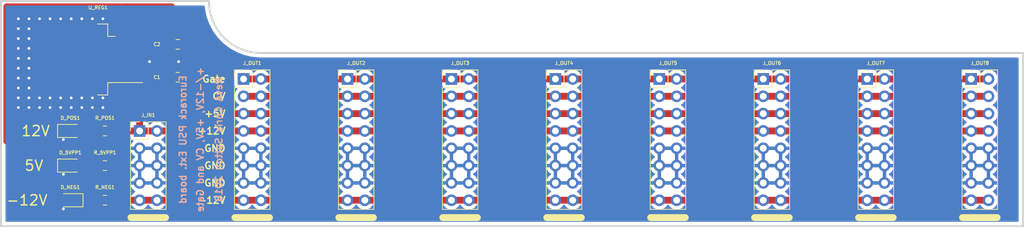
<source format=kicad_pcb>
(kicad_pcb (version 20171130) (host pcbnew "(5.1.6-0-10_14)")

  (general
    (thickness 1.6)
    (drawings 29)
    (tracks 82)
    (zones 0)
    (modules 18)
    (nets 10)
  )

  (page A4)
  (layers
    (0 F.Cu signal)
    (31 B.Cu signal)
    (32 B.Adhes user)
    (33 F.Adhes user)
    (34 B.Paste user)
    (35 F.Paste user)
    (36 B.SilkS user)
    (37 F.SilkS user)
    (38 B.Mask user)
    (39 F.Mask user)
    (40 Dwgs.User user)
    (41 Cmts.User user)
    (42 Eco1.User user)
    (43 Eco2.User user)
    (44 Edge.Cuts user)
    (45 Margin user)
    (46 B.CrtYd user)
    (47 F.CrtYd user)
    (48 B.Fab user)
    (49 F.Fab user hide)
  )

  (setup
    (last_trace_width 0.25)
    (user_trace_width 0.5)
    (user_trace_width 1)
    (trace_clearance 0.2)
    (zone_clearance 0.508)
    (zone_45_only no)
    (trace_min 0.2)
    (via_size 0.8)
    (via_drill 0.4)
    (via_min_size 0.4)
    (via_min_drill 0.3)
    (uvia_size 0.3)
    (uvia_drill 0.1)
    (uvias_allowed no)
    (uvia_min_size 0.2)
    (uvia_min_drill 0.1)
    (edge_width 0.3)
    (segment_width 0.3)
    (pcb_text_width 0.3)
    (pcb_text_size 1.5 1.5)
    (mod_edge_width 0.15)
    (mod_text_size 0.5 0.5)
    (mod_text_width 0.1)
    (pad_size 4.55 5.25)
    (pad_drill 0)
    (pad_to_mask_clearance 0.2)
    (aux_axis_origin 0 0)
    (visible_elements 7FFFFFFF)
    (pcbplotparams
      (layerselection 0x010fc_ffffffff)
      (usegerberextensions false)
      (usegerberattributes false)
      (usegerberadvancedattributes false)
      (creategerberjobfile false)
      (excludeedgelayer true)
      (linewidth 0.100000)
      (plotframeref false)
      (viasonmask false)
      (mode 1)
      (useauxorigin false)
      (hpglpennumber 1)
      (hpglpenspeed 20)
      (hpglpendiameter 15.000000)
      (psnegative false)
      (psa4output false)
      (plotreference true)
      (plotvalue true)
      (plotinvisibletext false)
      (padsonsilk false)
      (subtractmaskfromsilk false)
      (outputformat 1)
      (mirror false)
      (drillshape 0)
      (scaleselection 1)
      (outputdirectory "PSUEXT_GERBER/"))
  )

  (net 0 "")
  (net 1 GND)
  (net 2 "Net-(D_NEG1-Pad1)")
  (net 3 "Net-(D_POS1-Pad2)")
  (net 4 /12V)
  (net 5 /5V)
  (net 6 "Net-(D_5VPP1-Pad2)")
  (net 7 /-12V)
  (net 8 /GATE)
  (net 9 /CV)

  (net_class Default "This is the default net class."
    (clearance 0.2)
    (trace_width 0.25)
    (via_dia 0.8)
    (via_drill 0.4)
    (uvia_dia 0.3)
    (uvia_drill 0.1)
    (add_net /-12V)
    (add_net /12V)
    (add_net /5V)
    (add_net /CV)
    (add_net /GATE)
    (add_net GND)
    (add_net "Net-(D_5VPP1-Pad2)")
    (add_net "Net-(D_NEG1-Pad1)")
    (add_net "Net-(D_POS1-Pad2)")
  )

  (module Package_TO_SOT_SMD:TO-263-3_TabPin2 (layer F.Cu) (tedit 5C105A95) (tstamp 5C1C76AE)
    (at 60.96 89.8525 180)
    (descr "TO-263 / D2PAK / DDPAK SMD package, http://www.infineon.com/cms/en/product/packages/PG-TO263/PG-TO263-3-1/")
    (tags "D2PAK DDPAK TO-263 D2PAK-3 TO-263-3 SOT-404")
    (path /5C59EBFB)
    (attr smd)
    (fp_text reference U_REG1 (at -1.524 7.62 180) (layer F.SilkS)
      (effects (font (size 0.5 0.5) (thickness 0.1)))
    )
    (fp_text value L7805 (at 0 6.65 180) (layer F.Fab)
      (effects (font (size 0.5 0.5) (thickness 0.1)))
    )
    (fp_line (start 8.32 -5.65) (end -8.32 -5.65) (layer F.CrtYd) (width 0.05))
    (fp_line (start 8.32 5.65) (end 8.32 -5.65) (layer F.CrtYd) (width 0.05))
    (fp_line (start -8.32 5.65) (end 8.32 5.65) (layer F.CrtYd) (width 0.05))
    (fp_line (start -8.32 -5.65) (end -8.32 5.65) (layer F.CrtYd) (width 0.05))
    (fp_line (start -2.95 3.39) (end -4.05 3.39) (layer F.SilkS) (width 0.12))
    (fp_line (start -2.95 5.2) (end -2.95 3.39) (layer F.SilkS) (width 0.12))
    (fp_line (start -1.45 5.2) (end -2.95 5.2) (layer F.SilkS) (width 0.12))
    (fp_line (start -2.95 -3.39) (end -8.075 -3.39) (layer F.SilkS) (width 0.12))
    (fp_line (start -2.95 -5.2) (end -2.95 -3.39) (layer F.SilkS) (width 0.12))
    (fp_line (start -1.45 -5.2) (end -2.95 -5.2) (layer F.SilkS) (width 0.12))
    (fp_line (start -7.45 3.04) (end -2.75 3.04) (layer F.Fab) (width 0.1))
    (fp_line (start -7.45 2.04) (end -7.45 3.04) (layer F.Fab) (width 0.1))
    (fp_line (start -2.75 2.04) (end -7.45 2.04) (layer F.Fab) (width 0.1))
    (fp_line (start -7.45 0.5) (end -2.75 0.5) (layer F.Fab) (width 0.1))
    (fp_line (start -7.45 -0.5) (end -7.45 0.5) (layer F.Fab) (width 0.1))
    (fp_line (start -2.75 -0.5) (end -7.45 -0.5) (layer F.Fab) (width 0.1))
    (fp_line (start -7.45 -2.04) (end -2.75 -2.04) (layer F.Fab) (width 0.1))
    (fp_line (start -7.45 -3.04) (end -7.45 -2.04) (layer F.Fab) (width 0.1))
    (fp_line (start -2.75 -3.04) (end -7.45 -3.04) (layer F.Fab) (width 0.1))
    (fp_line (start -1.75 -5) (end 6.5 -5) (layer F.Fab) (width 0.1))
    (fp_line (start -2.75 -4) (end -1.75 -5) (layer F.Fab) (width 0.1))
    (fp_line (start -2.75 5) (end -2.75 -4) (layer F.Fab) (width 0.1))
    (fp_line (start 6.5 5) (end -2.75 5) (layer F.Fab) (width 0.1))
    (fp_line (start 6.5 -5) (end 6.5 5) (layer F.Fab) (width 0.1))
    (fp_line (start 7.5 5) (end 6.5 5) (layer F.Fab) (width 0.1))
    (fp_line (start 7.5 -5) (end 7.5 5) (layer F.Fab) (width 0.1))
    (fp_line (start 6.5 -5) (end 7.5 -5) (layer F.Fab) (width 0.1))
    (fp_text user %R (at 0 0 180) (layer F.Fab)
      (effects (font (size 0.5 0.5) (thickness 0.1)))
    )
    (pad 1 smd rect (at -5.775 -2.54 180) (size 4.6 1.1) (layers F.Cu F.Paste F.Mask)
      (net 4 /12V))
    (pad 2 smd rect (at -5.775 0 180) (size 4.6 1.1) (layers F.Cu F.Paste F.Mask)
      (net 1 GND))
    (pad 3 smd rect (at -5.775 2.54 180) (size 4.6 1.1) (layers F.Cu F.Paste F.Mask)
      (net 5 /5V))
    (pad 2 smd rect (at 3.375 0 180) (size 9.4 10.8) (layers F.Cu F.Mask)
      (net 1 GND))
    (pad "" smd rect (at 5.8 2.775 180) (size 4.55 5.25) (layers F.Paste))
    (pad "" smd rect (at 0.95 -2.775 180) (size 4.55 5.25) (layers F.Paste))
    (pad "" smd rect (at 5.8 -2.775 180) (size 4.55 5.25) (layers F.Paste))
    (pad "" smd rect (at 0.95 2.775 180) (size 4.55 5.25) (layers F.Paste))
    (model ${KISYS3DMOD}/Package_TO_SOT_SMD.3dshapes/TO-263-3_TabPin2.wrl
      (at (xyz 0 0 0))
      (scale (xyz 1 1 1))
      (rotate (xyz 0 0 0))
    )
  )

  (module Capacitor_SMD:C_0805_2012Metric_Pad1.15x1.40mm_HandSolder (layer F.Cu) (tedit 5B36C52B) (tstamp 5C1C74C5)
    (at 74.168 92.456)
    (descr "Capacitor SMD 0805 (2012 Metric), square (rectangular) end terminal, IPC_7351 nominal with elongated pad for handsoldering. (Body size source: https://docs.google.com/spreadsheets/d/1BsfQQcO9C6DZCsRaXUlFlo91Tg2WpOkGARC1WS5S8t0/edit?usp=sharing), generated with kicad-footprint-generator")
    (tags "capacitor handsolder")
    (path /5C587E40)
    (attr smd)
    (fp_text reference C1 (at -3.048 0) (layer F.SilkS)
      (effects (font (size 0.5 0.5) (thickness 0.1)))
    )
    (fp_text value 220nF (at 0 1.65) (layer F.Fab)
      (effects (font (size 0.5 0.5) (thickness 0.1)))
    )
    (fp_line (start 1.85 0.95) (end -1.85 0.95) (layer F.CrtYd) (width 0.05))
    (fp_line (start 1.85 -0.95) (end 1.85 0.95) (layer F.CrtYd) (width 0.05))
    (fp_line (start -1.85 -0.95) (end 1.85 -0.95) (layer F.CrtYd) (width 0.05))
    (fp_line (start -1.85 0.95) (end -1.85 -0.95) (layer F.CrtYd) (width 0.05))
    (fp_line (start -0.261252 0.71) (end 0.261252 0.71) (layer F.SilkS) (width 0.12))
    (fp_line (start -0.261252 -0.71) (end 0.261252 -0.71) (layer F.SilkS) (width 0.12))
    (fp_line (start 1 0.6) (end -1 0.6) (layer F.Fab) (width 0.1))
    (fp_line (start 1 -0.6) (end 1 0.6) (layer F.Fab) (width 0.1))
    (fp_line (start -1 -0.6) (end 1 -0.6) (layer F.Fab) (width 0.1))
    (fp_line (start -1 0.6) (end -1 -0.6) (layer F.Fab) (width 0.1))
    (fp_text user %R (at 0 0) (layer F.Fab)
      (effects (font (size 0.5 0.5) (thickness 0.1)))
    )
    (pad 1 smd roundrect (at -1.025 0) (size 1.15 1.4) (layers F.Cu F.Paste F.Mask) (roundrect_rratio 0.217391)
      (net 4 /12V))
    (pad 2 smd roundrect (at 1.025 0) (size 1.15 1.4) (layers F.Cu F.Paste F.Mask) (roundrect_rratio 0.217391)
      (net 1 GND))
    (model ${KISYS3DMOD}/Capacitor_SMD.3dshapes/C_0805_2012Metric.wrl
      (at (xyz 0 0 0))
      (scale (xyz 1 1 1))
      (rotate (xyz 0 0 0))
    )
  )

  (module Capacitor_SMD:C_0805_2012Metric_Pad1.15x1.40mm_HandSolder (layer F.Cu) (tedit 5B36C52B) (tstamp 5C1C74D6)
    (at 74.168 87.63 180)
    (descr "Capacitor SMD 0805 (2012 Metric), square (rectangular) end terminal, IPC_7351 nominal with elongated pad for handsoldering. (Body size source: https://docs.google.com/spreadsheets/d/1BsfQQcO9C6DZCsRaXUlFlo91Tg2WpOkGARC1WS5S8t0/edit?usp=sharing), generated with kicad-footprint-generator")
    (tags "capacitor handsolder")
    (path /5C587EEA)
    (attr smd)
    (fp_text reference C2 (at 3.048 0 180) (layer F.SilkS)
      (effects (font (size 0.5 0.5) (thickness 0.1)))
    )
    (fp_text value 100nF (at 0 1.65 180) (layer F.Fab)
      (effects (font (size 0.5 0.5) (thickness 0.1)))
    )
    (fp_line (start -1 0.6) (end -1 -0.6) (layer F.Fab) (width 0.1))
    (fp_line (start -1 -0.6) (end 1 -0.6) (layer F.Fab) (width 0.1))
    (fp_line (start 1 -0.6) (end 1 0.6) (layer F.Fab) (width 0.1))
    (fp_line (start 1 0.6) (end -1 0.6) (layer F.Fab) (width 0.1))
    (fp_line (start -0.261252 -0.71) (end 0.261252 -0.71) (layer F.SilkS) (width 0.12))
    (fp_line (start -0.261252 0.71) (end 0.261252 0.71) (layer F.SilkS) (width 0.12))
    (fp_line (start -1.85 0.95) (end -1.85 -0.95) (layer F.CrtYd) (width 0.05))
    (fp_line (start -1.85 -0.95) (end 1.85 -0.95) (layer F.CrtYd) (width 0.05))
    (fp_line (start 1.85 -0.95) (end 1.85 0.95) (layer F.CrtYd) (width 0.05))
    (fp_line (start 1.85 0.95) (end -1.85 0.95) (layer F.CrtYd) (width 0.05))
    (fp_text user %R (at 0 0 180) (layer F.Fab)
      (effects (font (size 0.5 0.5) (thickness 0.1)))
    )
    (pad 2 smd roundrect (at 1.025 0 180) (size 1.15 1.4) (layers F.Cu F.Paste F.Mask) (roundrect_rratio 0.217391)
      (net 1 GND))
    (pad 1 smd roundrect (at -1.025 0 180) (size 1.15 1.4) (layers F.Cu F.Paste F.Mask) (roundrect_rratio 0.217391)
      (net 5 /5V))
    (model ${KISYS3DMOD}/Capacitor_SMD.3dshapes/C_0805_2012Metric.wrl
      (at (xyz 0 0 0))
      (scale (xyz 1 1 1))
      (rotate (xyz 0 0 0))
    )
  )

  (module LED_SMD:LED_0805_2012Metric_Pad1.15x1.40mm_HandSolder (layer F.Cu) (tedit 5B4B45C9) (tstamp 5C1C74E9)
    (at 58.42 105.41)
    (descr "LED SMD 0805 (2012 Metric), square (rectangular) end terminal, IPC_7351 nominal, (Body size source: https://docs.google.com/spreadsheets/d/1BsfQQcO9C6DZCsRaXUlFlo91Tg2WpOkGARC1WS5S8t0/edit?usp=sharing), generated with kicad-footprint-generator")
    (tags "LED handsolder")
    (path /5C75266F)
    (attr smd)
    (fp_text reference D_5VPP1 (at 0 -1.905) (layer F.SilkS)
      (effects (font (size 0.5 0.5) (thickness 0.1)))
    )
    (fp_text value LED (at 0 1.65) (layer F.Fab)
      (effects (font (size 0.5 0.5) (thickness 0.1)))
    )
    (fp_line (start 1.85 0.95) (end -1.85 0.95) (layer F.CrtYd) (width 0.05))
    (fp_line (start 1.85 -0.95) (end 1.85 0.95) (layer F.CrtYd) (width 0.05))
    (fp_line (start -1.85 -0.95) (end 1.85 -0.95) (layer F.CrtYd) (width 0.05))
    (fp_line (start -1.85 0.95) (end -1.85 -0.95) (layer F.CrtYd) (width 0.05))
    (fp_line (start -1.86 0.96) (end 1 0.96) (layer F.SilkS) (width 0.12))
    (fp_line (start -1.86 -0.96) (end -1.86 0.96) (layer F.SilkS) (width 0.12))
    (fp_line (start 1 -0.96) (end -1.86 -0.96) (layer F.SilkS) (width 0.12))
    (fp_line (start 1 0.6) (end 1 -0.6) (layer F.Fab) (width 0.1))
    (fp_line (start -1 0.6) (end 1 0.6) (layer F.Fab) (width 0.1))
    (fp_line (start -1 -0.3) (end -1 0.6) (layer F.Fab) (width 0.1))
    (fp_line (start -0.7 -0.6) (end -1 -0.3) (layer F.Fab) (width 0.1))
    (fp_line (start 1 -0.6) (end -0.7 -0.6) (layer F.Fab) (width 0.1))
    (fp_text user %R (at 0 0) (layer F.Fab)
      (effects (font (size 0.5 0.5) (thickness 0.1)))
    )
    (pad 1 smd roundrect (at -1.025 0) (size 1.15 1.4) (layers F.Cu F.Paste F.Mask) (roundrect_rratio 0.217391)
      (net 1 GND))
    (pad 2 smd roundrect (at 1.025 0) (size 1.15 1.4) (layers F.Cu F.Paste F.Mask) (roundrect_rratio 0.217391)
      (net 6 "Net-(D_5VPP1-Pad2)"))
    (model ${KISYS3DMOD}/LED_SMD.3dshapes/LED_0805_2012Metric.wrl
      (at (xyz 0 0 0))
      (scale (xyz 1 1 1))
      (rotate (xyz 0 0 0))
    )
  )

  (module LED_SMD:LED_0805_2012Metric_Pad1.15x1.40mm_HandSolder (layer F.Cu) (tedit 5B4B45C9) (tstamp 5C1C74EA)
    (at 58.42 110.49 180)
    (descr "LED SMD 0805 (2012 Metric), square (rectangular) end terminal, IPC_7351 nominal, (Body size source: https://docs.google.com/spreadsheets/d/1BsfQQcO9C6DZCsRaXUlFlo91Tg2WpOkGARC1WS5S8t0/edit?usp=sharing), generated with kicad-footprint-generator")
    (tags "LED handsolder")
    (path /5BD9F2C9)
    (attr smd)
    (fp_text reference D_NEG1 (at 0 1.905 180) (layer F.SilkS)
      (effects (font (size 0.5 0.5) (thickness 0.1)))
    )
    (fp_text value LED (at 0 1.65 180) (layer F.Fab)
      (effects (font (size 0.5 0.5) (thickness 0.1)))
    )
    (fp_line (start 1 -0.6) (end -0.7 -0.6) (layer F.Fab) (width 0.1))
    (fp_line (start -0.7 -0.6) (end -1 -0.3) (layer F.Fab) (width 0.1))
    (fp_line (start -1 -0.3) (end -1 0.6) (layer F.Fab) (width 0.1))
    (fp_line (start -1 0.6) (end 1 0.6) (layer F.Fab) (width 0.1))
    (fp_line (start 1 0.6) (end 1 -0.6) (layer F.Fab) (width 0.1))
    (fp_line (start 1 -0.96) (end -1.86 -0.96) (layer F.SilkS) (width 0.12))
    (fp_line (start -1.86 -0.96) (end -1.86 0.96) (layer F.SilkS) (width 0.12))
    (fp_line (start -1.86 0.96) (end 1 0.96) (layer F.SilkS) (width 0.12))
    (fp_line (start -1.85 0.95) (end -1.85 -0.95) (layer F.CrtYd) (width 0.05))
    (fp_line (start -1.85 -0.95) (end 1.85 -0.95) (layer F.CrtYd) (width 0.05))
    (fp_line (start 1.85 -0.95) (end 1.85 0.95) (layer F.CrtYd) (width 0.05))
    (fp_line (start 1.85 0.95) (end -1.85 0.95) (layer F.CrtYd) (width 0.05))
    (fp_text user %R (at 0 0 180) (layer F.Fab)
      (effects (font (size 0.5 0.5) (thickness 0.1)))
    )
    (pad 2 smd roundrect (at 1.025 0 180) (size 1.15 1.4) (layers F.Cu F.Paste F.Mask) (roundrect_rratio 0.217391)
      (net 1 GND))
    (pad 1 smd roundrect (at -1.025 0 180) (size 1.15 1.4) (layers F.Cu F.Paste F.Mask) (roundrect_rratio 0.217391)
      (net 2 "Net-(D_NEG1-Pad1)"))
    (model ${KISYS3DMOD}/LED_SMD.3dshapes/LED_0805_2012Metric.wrl
      (at (xyz 0 0 0))
      (scale (xyz 1 1 1))
      (rotate (xyz 0 0 0))
    )
  )

  (module LED_SMD:LED_0805_2012Metric_Pad1.15x1.40mm_HandSolder (layer F.Cu) (tedit 5B4B45C9) (tstamp 5C1C74FC)
    (at 58.42 100.33)
    (descr "LED SMD 0805 (2012 Metric), square (rectangular) end terminal, IPC_7351 nominal, (Body size source: https://docs.google.com/spreadsheets/d/1BsfQQcO9C6DZCsRaXUlFlo91Tg2WpOkGARC1WS5S8t0/edit?usp=sharing), generated with kicad-footprint-generator")
    (tags "LED handsolder")
    (path /5BD9F27A)
    (attr smd)
    (fp_text reference D_POS1 (at 0 -1.905) (layer F.SilkS)
      (effects (font (size 0.5 0.5) (thickness 0.1)))
    )
    (fp_text value LED (at 0 1.65) (layer F.Fab)
      (effects (font (size 0.5 0.5) (thickness 0.1)))
    )
    (fp_line (start 1.85 0.95) (end -1.85 0.95) (layer F.CrtYd) (width 0.05))
    (fp_line (start 1.85 -0.95) (end 1.85 0.95) (layer F.CrtYd) (width 0.05))
    (fp_line (start -1.85 -0.95) (end 1.85 -0.95) (layer F.CrtYd) (width 0.05))
    (fp_line (start -1.85 0.95) (end -1.85 -0.95) (layer F.CrtYd) (width 0.05))
    (fp_line (start -1.86 0.96) (end 1 0.96) (layer F.SilkS) (width 0.12))
    (fp_line (start -1.86 -0.96) (end -1.86 0.96) (layer F.SilkS) (width 0.12))
    (fp_line (start 1 -0.96) (end -1.86 -0.96) (layer F.SilkS) (width 0.12))
    (fp_line (start 1 0.6) (end 1 -0.6) (layer F.Fab) (width 0.1))
    (fp_line (start -1 0.6) (end 1 0.6) (layer F.Fab) (width 0.1))
    (fp_line (start -1 -0.3) (end -1 0.6) (layer F.Fab) (width 0.1))
    (fp_line (start -0.7 -0.6) (end -1 -0.3) (layer F.Fab) (width 0.1))
    (fp_line (start 1 -0.6) (end -0.7 -0.6) (layer F.Fab) (width 0.1))
    (fp_text user %R (at 0 0) (layer F.Fab)
      (effects (font (size 0.5 0.5) (thickness 0.1)))
    )
    (pad 1 smd roundrect (at -1.025 0) (size 1.15 1.4) (layers F.Cu F.Paste F.Mask) (roundrect_rratio 0.217391)
      (net 1 GND))
    (pad 2 smd roundrect (at 1.025 0) (size 1.15 1.4) (layers F.Cu F.Paste F.Mask) (roundrect_rratio 0.217391)
      (net 3 "Net-(D_POS1-Pad2)"))
    (model ${KISYS3DMOD}/LED_SMD.3dshapes/LED_0805_2012Metric.wrl
      (at (xyz 0 0 0))
      (scale (xyz 1 1 1))
      (rotate (xyz 0 0 0))
    )
  )

  (module Connector_PinHeader_2.54mm:PinHeader_2x05_P2.54mm_Vertical (layer F.Cu) (tedit 59FED5CC) (tstamp 5C1C752D)
    (at 68.58 100.33)
    (descr "Through hole straight pin header, 2x05, 2.54mm pitch, double rows")
    (tags "Through hole pin header THT 2x05 2.54mm double row")
    (path /5BCD5B08)
    (fp_text reference J_IN1 (at 1.27 -2.33) (layer F.SilkS)
      (effects (font (size 0.5 0.5) (thickness 0.1)))
    )
    (fp_text value Conn_02x05_Odd_Even (at 1.27 12.49) (layer F.Fab)
      (effects (font (size 0.5 0.5) (thickness 0.1)))
    )
    (fp_line (start 4.35 -1.8) (end -1.8 -1.8) (layer F.CrtYd) (width 0.05))
    (fp_line (start 4.35 11.95) (end 4.35 -1.8) (layer F.CrtYd) (width 0.05))
    (fp_line (start -1.8 11.95) (end 4.35 11.95) (layer F.CrtYd) (width 0.05))
    (fp_line (start -1.8 -1.8) (end -1.8 11.95) (layer F.CrtYd) (width 0.05))
    (fp_line (start -1.33 -1.33) (end 0 -1.33) (layer F.SilkS) (width 0.12))
    (fp_line (start -1.33 0) (end -1.33 -1.33) (layer F.SilkS) (width 0.12))
    (fp_line (start 1.27 -1.33) (end 3.87 -1.33) (layer F.SilkS) (width 0.12))
    (fp_line (start 1.27 1.27) (end 1.27 -1.33) (layer F.SilkS) (width 0.12))
    (fp_line (start -1.33 1.27) (end 1.27 1.27) (layer F.SilkS) (width 0.12))
    (fp_line (start 3.87 -1.33) (end 3.87 11.49) (layer F.SilkS) (width 0.12))
    (fp_line (start -1.33 1.27) (end -1.33 11.49) (layer F.SilkS) (width 0.12))
    (fp_line (start -1.33 11.49) (end 3.87 11.49) (layer F.SilkS) (width 0.12))
    (fp_line (start -1.27 0) (end 0 -1.27) (layer F.Fab) (width 0.1))
    (fp_line (start -1.27 11.43) (end -1.27 0) (layer F.Fab) (width 0.1))
    (fp_line (start 3.81 11.43) (end -1.27 11.43) (layer F.Fab) (width 0.1))
    (fp_line (start 3.81 -1.27) (end 3.81 11.43) (layer F.Fab) (width 0.1))
    (fp_line (start 0 -1.27) (end 3.81 -1.27) (layer F.Fab) (width 0.1))
    (fp_text user %R (at 1.27 5.08 90) (layer F.Fab)
      (effects (font (size 0.5 0.5) (thickness 0.1)))
    )
    (pad 1 thru_hole rect (at 0 0) (size 1.7 1.7) (drill 1) (layers *.Cu *.Mask)
      (net 4 /12V))
    (pad 2 thru_hole oval (at 2.54 0) (size 1.7 1.7) (drill 1) (layers *.Cu *.Mask)
      (net 4 /12V))
    (pad 3 thru_hole oval (at 0 2.54) (size 1.7 1.7) (drill 1) (layers *.Cu *.Mask)
      (net 1 GND))
    (pad 4 thru_hole oval (at 2.54 2.54) (size 1.7 1.7) (drill 1) (layers *.Cu *.Mask)
      (net 1 GND))
    (pad 5 thru_hole oval (at 0 5.08) (size 1.7 1.7) (drill 1) (layers *.Cu *.Mask)
      (net 1 GND))
    (pad 6 thru_hole oval (at 2.54 5.08) (size 1.7 1.7) (drill 1) (layers *.Cu *.Mask)
      (net 1 GND))
    (pad 7 thru_hole oval (at 0 7.62) (size 1.7 1.7) (drill 1) (layers *.Cu *.Mask)
      (net 1 GND))
    (pad 8 thru_hole oval (at 2.54 7.62) (size 1.7 1.7) (drill 1) (layers *.Cu *.Mask)
      (net 1 GND))
    (pad 9 thru_hole oval (at 0 10.16) (size 1.7 1.7) (drill 1) (layers *.Cu *.Mask)
      (net 7 /-12V))
    (pad 10 thru_hole oval (at 2.54 10.16) (size 1.7 1.7) (drill 1) (layers *.Cu *.Mask)
      (net 7 /-12V))
    (model ${KISYS3DMOD}/Connector_PinHeader_2.54mm.3dshapes/PinHeader_2x05_P2.54mm_Vertical.wrl
      (at (xyz 0 0 0))
      (scale (xyz 1 1 1))
      (rotate (xyz 0 0 0))
    )
  )

  (module Connector_PinHeader_2.54mm:PinHeader_2x08_P2.54mm_Vertical (layer F.Cu) (tedit 59FED5CC) (tstamp 5C1C752E)
    (at 83.82 92.71)
    (descr "Through hole straight pin header, 2x08, 2.54mm pitch, double rows")
    (tags "Through hole pin header THT 2x08 2.54mm double row")
    (path /5C10B077)
    (fp_text reference J_OUT1 (at 1.27 -2.33) (layer F.SilkS)
      (effects (font (size 0.5 0.5) (thickness 0.1)))
    )
    (fp_text value Conn_02x08_Odd_Even (at 1.27 20.11) (layer F.Fab)
      (effects (font (size 0.5 0.5) (thickness 0.1)))
    )
    (fp_line (start 4.35 -1.8) (end -1.8 -1.8) (layer F.CrtYd) (width 0.05))
    (fp_line (start 4.35 19.55) (end 4.35 -1.8) (layer F.CrtYd) (width 0.05))
    (fp_line (start -1.8 19.55) (end 4.35 19.55) (layer F.CrtYd) (width 0.05))
    (fp_line (start -1.8 -1.8) (end -1.8 19.55) (layer F.CrtYd) (width 0.05))
    (fp_line (start -1.33 -1.33) (end 0 -1.33) (layer F.SilkS) (width 0.12))
    (fp_line (start -1.33 0) (end -1.33 -1.33) (layer F.SilkS) (width 0.12))
    (fp_line (start 1.27 -1.33) (end 3.87 -1.33) (layer F.SilkS) (width 0.12))
    (fp_line (start 1.27 1.27) (end 1.27 -1.33) (layer F.SilkS) (width 0.12))
    (fp_line (start -1.33 1.27) (end 1.27 1.27) (layer F.SilkS) (width 0.12))
    (fp_line (start 3.87 -1.33) (end 3.87 19.11) (layer F.SilkS) (width 0.12))
    (fp_line (start -1.33 1.27) (end -1.33 19.11) (layer F.SilkS) (width 0.12))
    (fp_line (start -1.33 19.11) (end 3.87 19.11) (layer F.SilkS) (width 0.12))
    (fp_line (start -1.27 0) (end 0 -1.27) (layer F.Fab) (width 0.1))
    (fp_line (start -1.27 19.05) (end -1.27 0) (layer F.Fab) (width 0.1))
    (fp_line (start 3.81 19.05) (end -1.27 19.05) (layer F.Fab) (width 0.1))
    (fp_line (start 3.81 -1.27) (end 3.81 19.05) (layer F.Fab) (width 0.1))
    (fp_line (start 0 -1.27) (end 3.81 -1.27) (layer F.Fab) (width 0.1))
    (fp_text user %R (at 1.27 8.89 90) (layer F.Fab)
      (effects (font (size 0.5 0.5) (thickness 0.1)))
    )
    (pad 1 thru_hole rect (at 0 0) (size 1.7 1.7) (drill 1) (layers *.Cu *.Mask)
      (net 8 /GATE))
    (pad 2 thru_hole oval (at 2.54 0) (size 1.7 1.7) (drill 1) (layers *.Cu *.Mask)
      (net 8 /GATE))
    (pad 3 thru_hole oval (at 0 2.54) (size 1.7 1.7) (drill 1) (layers *.Cu *.Mask)
      (net 9 /CV))
    (pad 4 thru_hole oval (at 2.54 2.54) (size 1.7 1.7) (drill 1) (layers *.Cu *.Mask)
      (net 9 /CV))
    (pad 5 thru_hole oval (at 0 5.08) (size 1.7 1.7) (drill 1) (layers *.Cu *.Mask)
      (net 5 /5V))
    (pad 6 thru_hole oval (at 2.54 5.08) (size 1.7 1.7) (drill 1) (layers *.Cu *.Mask)
      (net 5 /5V))
    (pad 7 thru_hole oval (at 0 7.62) (size 1.7 1.7) (drill 1) (layers *.Cu *.Mask)
      (net 4 /12V))
    (pad 8 thru_hole oval (at 2.54 7.62) (size 1.7 1.7) (drill 1) (layers *.Cu *.Mask)
      (net 4 /12V))
    (pad 9 thru_hole oval (at 0 10.16) (size 1.7 1.7) (drill 1) (layers *.Cu *.Mask)
      (net 1 GND))
    (pad 10 thru_hole oval (at 2.54 10.16) (size 1.7 1.7) (drill 1) (layers *.Cu *.Mask)
      (net 1 GND))
    (pad 11 thru_hole oval (at 0 12.7) (size 1.7 1.7) (drill 1) (layers *.Cu *.Mask)
      (net 1 GND))
    (pad 12 thru_hole oval (at 2.54 12.7) (size 1.7 1.7) (drill 1) (layers *.Cu *.Mask)
      (net 1 GND))
    (pad 13 thru_hole oval (at 0 15.24) (size 1.7 1.7) (drill 1) (layers *.Cu *.Mask)
      (net 1 GND))
    (pad 14 thru_hole oval (at 2.54 15.24) (size 1.7 1.7) (drill 1) (layers *.Cu *.Mask)
      (net 1 GND))
    (pad 15 thru_hole oval (at 0 17.78) (size 1.7 1.7) (drill 1) (layers *.Cu *.Mask)
      (net 7 /-12V))
    (pad 16 thru_hole oval (at 2.54 17.78) (size 1.7 1.7) (drill 1) (layers *.Cu *.Mask)
      (net 7 /-12V))
    (model ${KISYS3DMOD}/Connector_PinHeader_2.54mm.3dshapes/PinHeader_2x08_P2.54mm_Vertical.wrl
      (at (xyz 0 0 0))
      (scale (xyz 1 1 1))
      (rotate (xyz 0 0 0))
    )
  )

  (module Connector_PinHeader_2.54mm:PinHeader_2x08_P2.54mm_Vertical (layer F.Cu) (tedit 59FED5CC) (tstamp 5C1C7553)
    (at 99.06 92.71)
    (descr "Through hole straight pin header, 2x08, 2.54mm pitch, double rows")
    (tags "Through hole pin header THT 2x08 2.54mm double row")
    (path /5C30D2B3)
    (fp_text reference J_OUT2 (at 1.27 -2.33) (layer F.SilkS)
      (effects (font (size 0.5 0.5) (thickness 0.1)))
    )
    (fp_text value Conn_02x08_Odd_Even (at 1.27 20.11) (layer F.Fab)
      (effects (font (size 0.5 0.5) (thickness 0.1)))
    )
    (fp_line (start 0 -1.27) (end 3.81 -1.27) (layer F.Fab) (width 0.1))
    (fp_line (start 3.81 -1.27) (end 3.81 19.05) (layer F.Fab) (width 0.1))
    (fp_line (start 3.81 19.05) (end -1.27 19.05) (layer F.Fab) (width 0.1))
    (fp_line (start -1.27 19.05) (end -1.27 0) (layer F.Fab) (width 0.1))
    (fp_line (start -1.27 0) (end 0 -1.27) (layer F.Fab) (width 0.1))
    (fp_line (start -1.33 19.11) (end 3.87 19.11) (layer F.SilkS) (width 0.12))
    (fp_line (start -1.33 1.27) (end -1.33 19.11) (layer F.SilkS) (width 0.12))
    (fp_line (start 3.87 -1.33) (end 3.87 19.11) (layer F.SilkS) (width 0.12))
    (fp_line (start -1.33 1.27) (end 1.27 1.27) (layer F.SilkS) (width 0.12))
    (fp_line (start 1.27 1.27) (end 1.27 -1.33) (layer F.SilkS) (width 0.12))
    (fp_line (start 1.27 -1.33) (end 3.87 -1.33) (layer F.SilkS) (width 0.12))
    (fp_line (start -1.33 0) (end -1.33 -1.33) (layer F.SilkS) (width 0.12))
    (fp_line (start -1.33 -1.33) (end 0 -1.33) (layer F.SilkS) (width 0.12))
    (fp_line (start -1.8 -1.8) (end -1.8 19.55) (layer F.CrtYd) (width 0.05))
    (fp_line (start -1.8 19.55) (end 4.35 19.55) (layer F.CrtYd) (width 0.05))
    (fp_line (start 4.35 19.55) (end 4.35 -1.8) (layer F.CrtYd) (width 0.05))
    (fp_line (start 4.35 -1.8) (end -1.8 -1.8) (layer F.CrtYd) (width 0.05))
    (fp_text user %R (at 1.27 8.89 90) (layer F.Fab)
      (effects (font (size 0.5 0.5) (thickness 0.1)))
    )
    (pad 16 thru_hole oval (at 2.54 17.78) (size 1.7 1.7) (drill 1) (layers *.Cu *.Mask)
      (net 7 /-12V))
    (pad 15 thru_hole oval (at 0 17.78) (size 1.7 1.7) (drill 1) (layers *.Cu *.Mask)
      (net 7 /-12V))
    (pad 14 thru_hole oval (at 2.54 15.24) (size 1.7 1.7) (drill 1) (layers *.Cu *.Mask)
      (net 1 GND))
    (pad 13 thru_hole oval (at 0 15.24) (size 1.7 1.7) (drill 1) (layers *.Cu *.Mask)
      (net 1 GND))
    (pad 12 thru_hole oval (at 2.54 12.7) (size 1.7 1.7) (drill 1) (layers *.Cu *.Mask)
      (net 1 GND))
    (pad 11 thru_hole oval (at 0 12.7) (size 1.7 1.7) (drill 1) (layers *.Cu *.Mask)
      (net 1 GND))
    (pad 10 thru_hole oval (at 2.54 10.16) (size 1.7 1.7) (drill 1) (layers *.Cu *.Mask)
      (net 1 GND))
    (pad 9 thru_hole oval (at 0 10.16) (size 1.7 1.7) (drill 1) (layers *.Cu *.Mask)
      (net 1 GND))
    (pad 8 thru_hole oval (at 2.54 7.62) (size 1.7 1.7) (drill 1) (layers *.Cu *.Mask)
      (net 4 /12V))
    (pad 7 thru_hole oval (at 0 7.62) (size 1.7 1.7) (drill 1) (layers *.Cu *.Mask)
      (net 4 /12V))
    (pad 6 thru_hole oval (at 2.54 5.08) (size 1.7 1.7) (drill 1) (layers *.Cu *.Mask)
      (net 5 /5V))
    (pad 5 thru_hole oval (at 0 5.08) (size 1.7 1.7) (drill 1) (layers *.Cu *.Mask)
      (net 5 /5V))
    (pad 4 thru_hole oval (at 2.54 2.54) (size 1.7 1.7) (drill 1) (layers *.Cu *.Mask)
      (net 9 /CV))
    (pad 3 thru_hole oval (at 0 2.54) (size 1.7 1.7) (drill 1) (layers *.Cu *.Mask)
      (net 9 /CV))
    (pad 2 thru_hole oval (at 2.54 0) (size 1.7 1.7) (drill 1) (layers *.Cu *.Mask)
      (net 8 /GATE))
    (pad 1 thru_hole rect (at 0 0) (size 1.7 1.7) (drill 1) (layers *.Cu *.Mask)
      (net 8 /GATE))
    (model ${KISYS3DMOD}/Connector_PinHeader_2.54mm.3dshapes/PinHeader_2x08_P2.54mm_Vertical.wrl
      (at (xyz 0 0 0))
      (scale (xyz 1 1 1))
      (rotate (xyz 0 0 0))
    )
  )

  (module Connector_PinHeader_2.54mm:PinHeader_2x08_P2.54mm_Vertical (layer F.Cu) (tedit 59FED5CC) (tstamp 5C1C7578)
    (at 114.3 92.71)
    (descr "Through hole straight pin header, 2x08, 2.54mm pitch, double rows")
    (tags "Through hole pin header THT 2x08 2.54mm double row")
    (path /5C3485DF)
    (fp_text reference J_OUT3 (at 1.27 -2.33) (layer F.SilkS)
      (effects (font (size 0.5 0.5) (thickness 0.1)))
    )
    (fp_text value Conn_02x08_Odd_Even (at 1.27 20.11) (layer F.Fab)
      (effects (font (size 0.5 0.5) (thickness 0.1)))
    )
    (fp_line (start 4.35 -1.8) (end -1.8 -1.8) (layer F.CrtYd) (width 0.05))
    (fp_line (start 4.35 19.55) (end 4.35 -1.8) (layer F.CrtYd) (width 0.05))
    (fp_line (start -1.8 19.55) (end 4.35 19.55) (layer F.CrtYd) (width 0.05))
    (fp_line (start -1.8 -1.8) (end -1.8 19.55) (layer F.CrtYd) (width 0.05))
    (fp_line (start -1.33 -1.33) (end 0 -1.33) (layer F.SilkS) (width 0.12))
    (fp_line (start -1.33 0) (end -1.33 -1.33) (layer F.SilkS) (width 0.12))
    (fp_line (start 1.27 -1.33) (end 3.87 -1.33) (layer F.SilkS) (width 0.12))
    (fp_line (start 1.27 1.27) (end 1.27 -1.33) (layer F.SilkS) (width 0.12))
    (fp_line (start -1.33 1.27) (end 1.27 1.27) (layer F.SilkS) (width 0.12))
    (fp_line (start 3.87 -1.33) (end 3.87 19.11) (layer F.SilkS) (width 0.12))
    (fp_line (start -1.33 1.27) (end -1.33 19.11) (layer F.SilkS) (width 0.12))
    (fp_line (start -1.33 19.11) (end 3.87 19.11) (layer F.SilkS) (width 0.12))
    (fp_line (start -1.27 0) (end 0 -1.27) (layer F.Fab) (width 0.1))
    (fp_line (start -1.27 19.05) (end -1.27 0) (layer F.Fab) (width 0.1))
    (fp_line (start 3.81 19.05) (end -1.27 19.05) (layer F.Fab) (width 0.1))
    (fp_line (start 3.81 -1.27) (end 3.81 19.05) (layer F.Fab) (width 0.1))
    (fp_line (start 0 -1.27) (end 3.81 -1.27) (layer F.Fab) (width 0.1))
    (fp_text user %R (at 1.27 8.89 90) (layer F.Fab)
      (effects (font (size 0.5 0.5) (thickness 0.1)))
    )
    (pad 1 thru_hole rect (at 0 0) (size 1.7 1.7) (drill 1) (layers *.Cu *.Mask)
      (net 8 /GATE))
    (pad 2 thru_hole oval (at 2.54 0) (size 1.7 1.7) (drill 1) (layers *.Cu *.Mask)
      (net 8 /GATE))
    (pad 3 thru_hole oval (at 0 2.54) (size 1.7 1.7) (drill 1) (layers *.Cu *.Mask)
      (net 9 /CV))
    (pad 4 thru_hole oval (at 2.54 2.54) (size 1.7 1.7) (drill 1) (layers *.Cu *.Mask)
      (net 9 /CV))
    (pad 5 thru_hole oval (at 0 5.08) (size 1.7 1.7) (drill 1) (layers *.Cu *.Mask)
      (net 5 /5V))
    (pad 6 thru_hole oval (at 2.54 5.08) (size 1.7 1.7) (drill 1) (layers *.Cu *.Mask)
      (net 5 /5V))
    (pad 7 thru_hole oval (at 0 7.62) (size 1.7 1.7) (drill 1) (layers *.Cu *.Mask)
      (net 4 /12V))
    (pad 8 thru_hole oval (at 2.54 7.62) (size 1.7 1.7) (drill 1) (layers *.Cu *.Mask)
      (net 4 /12V))
    (pad 9 thru_hole oval (at 0 10.16) (size 1.7 1.7) (drill 1) (layers *.Cu *.Mask)
      (net 1 GND))
    (pad 10 thru_hole oval (at 2.54 10.16) (size 1.7 1.7) (drill 1) (layers *.Cu *.Mask)
      (net 1 GND))
    (pad 11 thru_hole oval (at 0 12.7) (size 1.7 1.7) (drill 1) (layers *.Cu *.Mask)
      (net 1 GND))
    (pad 12 thru_hole oval (at 2.54 12.7) (size 1.7 1.7) (drill 1) (layers *.Cu *.Mask)
      (net 1 GND))
    (pad 13 thru_hole oval (at 0 15.24) (size 1.7 1.7) (drill 1) (layers *.Cu *.Mask)
      (net 1 GND))
    (pad 14 thru_hole oval (at 2.54 15.24) (size 1.7 1.7) (drill 1) (layers *.Cu *.Mask)
      (net 1 GND))
    (pad 15 thru_hole oval (at 0 17.78) (size 1.7 1.7) (drill 1) (layers *.Cu *.Mask)
      (net 7 /-12V))
    (pad 16 thru_hole oval (at 2.54 17.78) (size 1.7 1.7) (drill 1) (layers *.Cu *.Mask)
      (net 7 /-12V))
    (model ${KISYS3DMOD}/Connector_PinHeader_2.54mm.3dshapes/PinHeader_2x08_P2.54mm_Vertical.wrl
      (at (xyz 0 0 0))
      (scale (xyz 1 1 1))
      (rotate (xyz 0 0 0))
    )
  )

  (module Connector_PinHeader_2.54mm:PinHeader_2x08_P2.54mm_Vertical (layer F.Cu) (tedit 59FED5CC) (tstamp 5C1C759D)
    (at 129.54 92.71)
    (descr "Through hole straight pin header, 2x08, 2.54mm pitch, double rows")
    (tags "Through hole pin header THT 2x08 2.54mm double row")
    (path /5C348627)
    (fp_text reference J_OUT4 (at 1.27 -2.33) (layer F.SilkS)
      (effects (font (size 0.5 0.5) (thickness 0.1)))
    )
    (fp_text value Conn_02x08_Odd_Even (at 1.27 20.11) (layer F.Fab)
      (effects (font (size 0.5 0.5) (thickness 0.1)))
    )
    (fp_line (start 0 -1.27) (end 3.81 -1.27) (layer F.Fab) (width 0.1))
    (fp_line (start 3.81 -1.27) (end 3.81 19.05) (layer F.Fab) (width 0.1))
    (fp_line (start 3.81 19.05) (end -1.27 19.05) (layer F.Fab) (width 0.1))
    (fp_line (start -1.27 19.05) (end -1.27 0) (layer F.Fab) (width 0.1))
    (fp_line (start -1.27 0) (end 0 -1.27) (layer F.Fab) (width 0.1))
    (fp_line (start -1.33 19.11) (end 3.87 19.11) (layer F.SilkS) (width 0.12))
    (fp_line (start -1.33 1.27) (end -1.33 19.11) (layer F.SilkS) (width 0.12))
    (fp_line (start 3.87 -1.33) (end 3.87 19.11) (layer F.SilkS) (width 0.12))
    (fp_line (start -1.33 1.27) (end 1.27 1.27) (layer F.SilkS) (width 0.12))
    (fp_line (start 1.27 1.27) (end 1.27 -1.33) (layer F.SilkS) (width 0.12))
    (fp_line (start 1.27 -1.33) (end 3.87 -1.33) (layer F.SilkS) (width 0.12))
    (fp_line (start -1.33 0) (end -1.33 -1.33) (layer F.SilkS) (width 0.12))
    (fp_line (start -1.33 -1.33) (end 0 -1.33) (layer F.SilkS) (width 0.12))
    (fp_line (start -1.8 -1.8) (end -1.8 19.55) (layer F.CrtYd) (width 0.05))
    (fp_line (start -1.8 19.55) (end 4.35 19.55) (layer F.CrtYd) (width 0.05))
    (fp_line (start 4.35 19.55) (end 4.35 -1.8) (layer F.CrtYd) (width 0.05))
    (fp_line (start 4.35 -1.8) (end -1.8 -1.8) (layer F.CrtYd) (width 0.05))
    (fp_text user %R (at 1.27 8.89 90) (layer F.Fab)
      (effects (font (size 0.5 0.5) (thickness 0.1)))
    )
    (pad 16 thru_hole oval (at 2.54 17.78) (size 1.7 1.7) (drill 1) (layers *.Cu *.Mask)
      (net 7 /-12V))
    (pad 15 thru_hole oval (at 0 17.78) (size 1.7 1.7) (drill 1) (layers *.Cu *.Mask)
      (net 7 /-12V))
    (pad 14 thru_hole oval (at 2.54 15.24) (size 1.7 1.7) (drill 1) (layers *.Cu *.Mask)
      (net 1 GND))
    (pad 13 thru_hole oval (at 0 15.24) (size 1.7 1.7) (drill 1) (layers *.Cu *.Mask)
      (net 1 GND))
    (pad 12 thru_hole oval (at 2.54 12.7) (size 1.7 1.7) (drill 1) (layers *.Cu *.Mask)
      (net 1 GND))
    (pad 11 thru_hole oval (at 0 12.7) (size 1.7 1.7) (drill 1) (layers *.Cu *.Mask)
      (net 1 GND))
    (pad 10 thru_hole oval (at 2.54 10.16) (size 1.7 1.7) (drill 1) (layers *.Cu *.Mask)
      (net 1 GND))
    (pad 9 thru_hole oval (at 0 10.16) (size 1.7 1.7) (drill 1) (layers *.Cu *.Mask)
      (net 1 GND))
    (pad 8 thru_hole oval (at 2.54 7.62) (size 1.7 1.7) (drill 1) (layers *.Cu *.Mask)
      (net 4 /12V))
    (pad 7 thru_hole oval (at 0 7.62) (size 1.7 1.7) (drill 1) (layers *.Cu *.Mask)
      (net 4 /12V))
    (pad 6 thru_hole oval (at 2.54 5.08) (size 1.7 1.7) (drill 1) (layers *.Cu *.Mask)
      (net 5 /5V))
    (pad 5 thru_hole oval (at 0 5.08) (size 1.7 1.7) (drill 1) (layers *.Cu *.Mask)
      (net 5 /5V))
    (pad 4 thru_hole oval (at 2.54 2.54) (size 1.7 1.7) (drill 1) (layers *.Cu *.Mask)
      (net 9 /CV))
    (pad 3 thru_hole oval (at 0 2.54) (size 1.7 1.7) (drill 1) (layers *.Cu *.Mask)
      (net 9 /CV))
    (pad 2 thru_hole oval (at 2.54 0) (size 1.7 1.7) (drill 1) (layers *.Cu *.Mask)
      (net 8 /GATE))
    (pad 1 thru_hole rect (at 0 0) (size 1.7 1.7) (drill 1) (layers *.Cu *.Mask)
      (net 8 /GATE))
    (model ${KISYS3DMOD}/Connector_PinHeader_2.54mm.3dshapes/PinHeader_2x08_P2.54mm_Vertical.wrl
      (at (xyz 0 0 0))
      (scale (xyz 1 1 1))
      (rotate (xyz 0 0 0))
    )
  )

  (module Connector_PinHeader_2.54mm:PinHeader_2x08_P2.54mm_Vertical (layer F.Cu) (tedit 59FED5CC) (tstamp 5C1C75C2)
    (at 144.78 92.71)
    (descr "Through hole straight pin header, 2x08, 2.54mm pitch, double rows")
    (tags "Through hole pin header THT 2x08 2.54mm double row")
    (path /5C34866C)
    (fp_text reference J_OUT5 (at 1.27 -2.33) (layer F.SilkS)
      (effects (font (size 0.5 0.5) (thickness 0.1)))
    )
    (fp_text value Conn_02x08_Odd_Even (at 1.27 20.11) (layer F.Fab)
      (effects (font (size 0.5 0.5) (thickness 0.1)))
    )
    (fp_line (start 4.35 -1.8) (end -1.8 -1.8) (layer F.CrtYd) (width 0.05))
    (fp_line (start 4.35 19.55) (end 4.35 -1.8) (layer F.CrtYd) (width 0.05))
    (fp_line (start -1.8 19.55) (end 4.35 19.55) (layer F.CrtYd) (width 0.05))
    (fp_line (start -1.8 -1.8) (end -1.8 19.55) (layer F.CrtYd) (width 0.05))
    (fp_line (start -1.33 -1.33) (end 0 -1.33) (layer F.SilkS) (width 0.12))
    (fp_line (start -1.33 0) (end -1.33 -1.33) (layer F.SilkS) (width 0.12))
    (fp_line (start 1.27 -1.33) (end 3.87 -1.33) (layer F.SilkS) (width 0.12))
    (fp_line (start 1.27 1.27) (end 1.27 -1.33) (layer F.SilkS) (width 0.12))
    (fp_line (start -1.33 1.27) (end 1.27 1.27) (layer F.SilkS) (width 0.12))
    (fp_line (start 3.87 -1.33) (end 3.87 19.11) (layer F.SilkS) (width 0.12))
    (fp_line (start -1.33 1.27) (end -1.33 19.11) (layer F.SilkS) (width 0.12))
    (fp_line (start -1.33 19.11) (end 3.87 19.11) (layer F.SilkS) (width 0.12))
    (fp_line (start -1.27 0) (end 0 -1.27) (layer F.Fab) (width 0.1))
    (fp_line (start -1.27 19.05) (end -1.27 0) (layer F.Fab) (width 0.1))
    (fp_line (start 3.81 19.05) (end -1.27 19.05) (layer F.Fab) (width 0.1))
    (fp_line (start 3.81 -1.27) (end 3.81 19.05) (layer F.Fab) (width 0.1))
    (fp_line (start 0 -1.27) (end 3.81 -1.27) (layer F.Fab) (width 0.1))
    (fp_text user %R (at 1.27 8.89 90) (layer F.Fab)
      (effects (font (size 0.5 0.5) (thickness 0.1)))
    )
    (pad 1 thru_hole rect (at 0 0) (size 1.7 1.7) (drill 1) (layers *.Cu *.Mask)
      (net 8 /GATE))
    (pad 2 thru_hole oval (at 2.54 0) (size 1.7 1.7) (drill 1) (layers *.Cu *.Mask)
      (net 8 /GATE))
    (pad 3 thru_hole oval (at 0 2.54) (size 1.7 1.7) (drill 1) (layers *.Cu *.Mask)
      (net 9 /CV))
    (pad 4 thru_hole oval (at 2.54 2.54) (size 1.7 1.7) (drill 1) (layers *.Cu *.Mask)
      (net 9 /CV))
    (pad 5 thru_hole oval (at 0 5.08) (size 1.7 1.7) (drill 1) (layers *.Cu *.Mask)
      (net 5 /5V))
    (pad 6 thru_hole oval (at 2.54 5.08) (size 1.7 1.7) (drill 1) (layers *.Cu *.Mask)
      (net 5 /5V))
    (pad 7 thru_hole oval (at 0 7.62) (size 1.7 1.7) (drill 1) (layers *.Cu *.Mask)
      (net 4 /12V))
    (pad 8 thru_hole oval (at 2.54 7.62) (size 1.7 1.7) (drill 1) (layers *.Cu *.Mask)
      (net 4 /12V))
    (pad 9 thru_hole oval (at 0 10.16) (size 1.7 1.7) (drill 1) (layers *.Cu *.Mask)
      (net 1 GND))
    (pad 10 thru_hole oval (at 2.54 10.16) (size 1.7 1.7) (drill 1) (layers *.Cu *.Mask)
      (net 1 GND))
    (pad 11 thru_hole oval (at 0 12.7) (size 1.7 1.7) (drill 1) (layers *.Cu *.Mask)
      (net 1 GND))
    (pad 12 thru_hole oval (at 2.54 12.7) (size 1.7 1.7) (drill 1) (layers *.Cu *.Mask)
      (net 1 GND))
    (pad 13 thru_hole oval (at 0 15.24) (size 1.7 1.7) (drill 1) (layers *.Cu *.Mask)
      (net 1 GND))
    (pad 14 thru_hole oval (at 2.54 15.24) (size 1.7 1.7) (drill 1) (layers *.Cu *.Mask)
      (net 1 GND))
    (pad 15 thru_hole oval (at 0 17.78) (size 1.7 1.7) (drill 1) (layers *.Cu *.Mask)
      (net 7 /-12V))
    (pad 16 thru_hole oval (at 2.54 17.78) (size 1.7 1.7) (drill 1) (layers *.Cu *.Mask)
      (net 7 /-12V))
    (model ${KISYS3DMOD}/Connector_PinHeader_2.54mm.3dshapes/PinHeader_2x08_P2.54mm_Vertical.wrl
      (at (xyz 0 0 0))
      (scale (xyz 1 1 1))
      (rotate (xyz 0 0 0))
    )
  )

  (module Connector_PinHeader_2.54mm:PinHeader_2x08_P2.54mm_Vertical (layer F.Cu) (tedit 59FED5CC) (tstamp 5C1C75E7)
    (at 160.02 92.71)
    (descr "Through hole straight pin header, 2x08, 2.54mm pitch, double rows")
    (tags "Through hole pin header THT 2x08 2.54mm double row")
    (path /5C348743)
    (fp_text reference J_OUT6 (at 1.27 -2.33) (layer F.SilkS)
      (effects (font (size 0.5 0.5) (thickness 0.1)))
    )
    (fp_text value Conn_02x08_Odd_Even (at 1.27 20.11) (layer F.Fab)
      (effects (font (size 0.5 0.5) (thickness 0.1)))
    )
    (fp_line (start 0 -1.27) (end 3.81 -1.27) (layer F.Fab) (width 0.1))
    (fp_line (start 3.81 -1.27) (end 3.81 19.05) (layer F.Fab) (width 0.1))
    (fp_line (start 3.81 19.05) (end -1.27 19.05) (layer F.Fab) (width 0.1))
    (fp_line (start -1.27 19.05) (end -1.27 0) (layer F.Fab) (width 0.1))
    (fp_line (start -1.27 0) (end 0 -1.27) (layer F.Fab) (width 0.1))
    (fp_line (start -1.33 19.11) (end 3.87 19.11) (layer F.SilkS) (width 0.12))
    (fp_line (start -1.33 1.27) (end -1.33 19.11) (layer F.SilkS) (width 0.12))
    (fp_line (start 3.87 -1.33) (end 3.87 19.11) (layer F.SilkS) (width 0.12))
    (fp_line (start -1.33 1.27) (end 1.27 1.27) (layer F.SilkS) (width 0.12))
    (fp_line (start 1.27 1.27) (end 1.27 -1.33) (layer F.SilkS) (width 0.12))
    (fp_line (start 1.27 -1.33) (end 3.87 -1.33) (layer F.SilkS) (width 0.12))
    (fp_line (start -1.33 0) (end -1.33 -1.33) (layer F.SilkS) (width 0.12))
    (fp_line (start -1.33 -1.33) (end 0 -1.33) (layer F.SilkS) (width 0.12))
    (fp_line (start -1.8 -1.8) (end -1.8 19.55) (layer F.CrtYd) (width 0.05))
    (fp_line (start -1.8 19.55) (end 4.35 19.55) (layer F.CrtYd) (width 0.05))
    (fp_line (start 4.35 19.55) (end 4.35 -1.8) (layer F.CrtYd) (width 0.05))
    (fp_line (start 4.35 -1.8) (end -1.8 -1.8) (layer F.CrtYd) (width 0.05))
    (fp_text user %R (at 1.27 8.89 90) (layer F.Fab)
      (effects (font (size 0.5 0.5) (thickness 0.1)))
    )
    (pad 16 thru_hole oval (at 2.54 17.78) (size 1.7 1.7) (drill 1) (layers *.Cu *.Mask)
      (net 7 /-12V))
    (pad 15 thru_hole oval (at 0 17.78) (size 1.7 1.7) (drill 1) (layers *.Cu *.Mask)
      (net 7 /-12V))
    (pad 14 thru_hole oval (at 2.54 15.24) (size 1.7 1.7) (drill 1) (layers *.Cu *.Mask)
      (net 1 GND))
    (pad 13 thru_hole oval (at 0 15.24) (size 1.7 1.7) (drill 1) (layers *.Cu *.Mask)
      (net 1 GND))
    (pad 12 thru_hole oval (at 2.54 12.7) (size 1.7 1.7) (drill 1) (layers *.Cu *.Mask)
      (net 1 GND))
    (pad 11 thru_hole oval (at 0 12.7) (size 1.7 1.7) (drill 1) (layers *.Cu *.Mask)
      (net 1 GND))
    (pad 10 thru_hole oval (at 2.54 10.16) (size 1.7 1.7) (drill 1) (layers *.Cu *.Mask)
      (net 1 GND))
    (pad 9 thru_hole oval (at 0 10.16) (size 1.7 1.7) (drill 1) (layers *.Cu *.Mask)
      (net 1 GND))
    (pad 8 thru_hole oval (at 2.54 7.62) (size 1.7 1.7) (drill 1) (layers *.Cu *.Mask)
      (net 4 /12V))
    (pad 7 thru_hole oval (at 0 7.62) (size 1.7 1.7) (drill 1) (layers *.Cu *.Mask)
      (net 4 /12V))
    (pad 6 thru_hole oval (at 2.54 5.08) (size 1.7 1.7) (drill 1) (layers *.Cu *.Mask)
      (net 5 /5V))
    (pad 5 thru_hole oval (at 0 5.08) (size 1.7 1.7) (drill 1) (layers *.Cu *.Mask)
      (net 5 /5V))
    (pad 4 thru_hole oval (at 2.54 2.54) (size 1.7 1.7) (drill 1) (layers *.Cu *.Mask)
      (net 9 /CV))
    (pad 3 thru_hole oval (at 0 2.54) (size 1.7 1.7) (drill 1) (layers *.Cu *.Mask)
      (net 9 /CV))
    (pad 2 thru_hole oval (at 2.54 0) (size 1.7 1.7) (drill 1) (layers *.Cu *.Mask)
      (net 8 /GATE))
    (pad 1 thru_hole rect (at 0 0) (size 1.7 1.7) (drill 1) (layers *.Cu *.Mask)
      (net 8 /GATE))
    (model ${KISYS3DMOD}/Connector_PinHeader_2.54mm.3dshapes/PinHeader_2x08_P2.54mm_Vertical.wrl
      (at (xyz 0 0 0))
      (scale (xyz 1 1 1))
      (rotate (xyz 0 0 0))
    )
  )

  (module Connector_PinHeader_2.54mm:PinHeader_2x08_P2.54mm_Vertical (layer F.Cu) (tedit 59FED5CC) (tstamp 5C1C760C)
    (at 175.26 92.71)
    (descr "Through hole straight pin header, 2x08, 2.54mm pitch, double rows")
    (tags "Through hole pin header THT 2x08 2.54mm double row")
    (path /5C348824)
    (fp_text reference J_OUT7 (at 1.27 -2.33) (layer F.SilkS)
      (effects (font (size 0.5 0.5) (thickness 0.1)))
    )
    (fp_text value Conn_02x08_Odd_Even (at 1.27 20.11) (layer F.Fab)
      (effects (font (size 0.5 0.5) (thickness 0.1)))
    )
    (fp_line (start 4.35 -1.8) (end -1.8 -1.8) (layer F.CrtYd) (width 0.05))
    (fp_line (start 4.35 19.55) (end 4.35 -1.8) (layer F.CrtYd) (width 0.05))
    (fp_line (start -1.8 19.55) (end 4.35 19.55) (layer F.CrtYd) (width 0.05))
    (fp_line (start -1.8 -1.8) (end -1.8 19.55) (layer F.CrtYd) (width 0.05))
    (fp_line (start -1.33 -1.33) (end 0 -1.33) (layer F.SilkS) (width 0.12))
    (fp_line (start -1.33 0) (end -1.33 -1.33) (layer F.SilkS) (width 0.12))
    (fp_line (start 1.27 -1.33) (end 3.87 -1.33) (layer F.SilkS) (width 0.12))
    (fp_line (start 1.27 1.27) (end 1.27 -1.33) (layer F.SilkS) (width 0.12))
    (fp_line (start -1.33 1.27) (end 1.27 1.27) (layer F.SilkS) (width 0.12))
    (fp_line (start 3.87 -1.33) (end 3.87 19.11) (layer F.SilkS) (width 0.12))
    (fp_line (start -1.33 1.27) (end -1.33 19.11) (layer F.SilkS) (width 0.12))
    (fp_line (start -1.33 19.11) (end 3.87 19.11) (layer F.SilkS) (width 0.12))
    (fp_line (start -1.27 0) (end 0 -1.27) (layer F.Fab) (width 0.1))
    (fp_line (start -1.27 19.05) (end -1.27 0) (layer F.Fab) (width 0.1))
    (fp_line (start 3.81 19.05) (end -1.27 19.05) (layer F.Fab) (width 0.1))
    (fp_line (start 3.81 -1.27) (end 3.81 19.05) (layer F.Fab) (width 0.1))
    (fp_line (start 0 -1.27) (end 3.81 -1.27) (layer F.Fab) (width 0.1))
    (fp_text user %R (at 1.27 8.89 90) (layer F.Fab)
      (effects (font (size 0.5 0.5) (thickness 0.1)))
    )
    (pad 1 thru_hole rect (at 0 0) (size 1.7 1.7) (drill 1) (layers *.Cu *.Mask)
      (net 8 /GATE))
    (pad 2 thru_hole oval (at 2.54 0) (size 1.7 1.7) (drill 1) (layers *.Cu *.Mask)
      (net 8 /GATE))
    (pad 3 thru_hole oval (at 0 2.54) (size 1.7 1.7) (drill 1) (layers *.Cu *.Mask)
      (net 9 /CV))
    (pad 4 thru_hole oval (at 2.54 2.54) (size 1.7 1.7) (drill 1) (layers *.Cu *.Mask)
      (net 9 /CV))
    (pad 5 thru_hole oval (at 0 5.08) (size 1.7 1.7) (drill 1) (layers *.Cu *.Mask)
      (net 5 /5V))
    (pad 6 thru_hole oval (at 2.54 5.08) (size 1.7 1.7) (drill 1) (layers *.Cu *.Mask)
      (net 5 /5V))
    (pad 7 thru_hole oval (at 0 7.62) (size 1.7 1.7) (drill 1) (layers *.Cu *.Mask)
      (net 4 /12V))
    (pad 8 thru_hole oval (at 2.54 7.62) (size 1.7 1.7) (drill 1) (layers *.Cu *.Mask)
      (net 4 /12V))
    (pad 9 thru_hole oval (at 0 10.16) (size 1.7 1.7) (drill 1) (layers *.Cu *.Mask)
      (net 1 GND))
    (pad 10 thru_hole oval (at 2.54 10.16) (size 1.7 1.7) (drill 1) (layers *.Cu *.Mask)
      (net 1 GND))
    (pad 11 thru_hole oval (at 0 12.7) (size 1.7 1.7) (drill 1) (layers *.Cu *.Mask)
      (net 1 GND))
    (pad 12 thru_hole oval (at 2.54 12.7) (size 1.7 1.7) (drill 1) (layers *.Cu *.Mask)
      (net 1 GND))
    (pad 13 thru_hole oval (at 0 15.24) (size 1.7 1.7) (drill 1) (layers *.Cu *.Mask)
      (net 1 GND))
    (pad 14 thru_hole oval (at 2.54 15.24) (size 1.7 1.7) (drill 1) (layers *.Cu *.Mask)
      (net 1 GND))
    (pad 15 thru_hole oval (at 0 17.78) (size 1.7 1.7) (drill 1) (layers *.Cu *.Mask)
      (net 7 /-12V))
    (pad 16 thru_hole oval (at 2.54 17.78) (size 1.7 1.7) (drill 1) (layers *.Cu *.Mask)
      (net 7 /-12V))
    (model ${KISYS3DMOD}/Connector_PinHeader_2.54mm.3dshapes/PinHeader_2x08_P2.54mm_Vertical.wrl
      (at (xyz 0 0 0))
      (scale (xyz 1 1 1))
      (rotate (xyz 0 0 0))
    )
  )

  (module Connector_PinHeader_2.54mm:PinHeader_2x08_P2.54mm_Vertical (layer F.Cu) (tedit 59FED5CC) (tstamp 5C1C7631)
    (at 190.5 92.71)
    (descr "Through hole straight pin header, 2x08, 2.54mm pitch, double rows")
    (tags "Through hole pin header THT 2x08 2.54mm double row")
    (path /5C348932)
    (fp_text reference J_OUT8 (at 1.27 -2.33) (layer F.SilkS)
      (effects (font (size 0.5 0.5) (thickness 0.1)))
    )
    (fp_text value Conn_02x08_Odd_Even (at 1.27 20.11) (layer F.Fab)
      (effects (font (size 0.5 0.5) (thickness 0.1)))
    )
    (fp_line (start 0 -1.27) (end 3.81 -1.27) (layer F.Fab) (width 0.1))
    (fp_line (start 3.81 -1.27) (end 3.81 19.05) (layer F.Fab) (width 0.1))
    (fp_line (start 3.81 19.05) (end -1.27 19.05) (layer F.Fab) (width 0.1))
    (fp_line (start -1.27 19.05) (end -1.27 0) (layer F.Fab) (width 0.1))
    (fp_line (start -1.27 0) (end 0 -1.27) (layer F.Fab) (width 0.1))
    (fp_line (start -1.33 19.11) (end 3.87 19.11) (layer F.SilkS) (width 0.12))
    (fp_line (start -1.33 1.27) (end -1.33 19.11) (layer F.SilkS) (width 0.12))
    (fp_line (start 3.87 -1.33) (end 3.87 19.11) (layer F.SilkS) (width 0.12))
    (fp_line (start -1.33 1.27) (end 1.27 1.27) (layer F.SilkS) (width 0.12))
    (fp_line (start 1.27 1.27) (end 1.27 -1.33) (layer F.SilkS) (width 0.12))
    (fp_line (start 1.27 -1.33) (end 3.87 -1.33) (layer F.SilkS) (width 0.12))
    (fp_line (start -1.33 0) (end -1.33 -1.33) (layer F.SilkS) (width 0.12))
    (fp_line (start -1.33 -1.33) (end 0 -1.33) (layer F.SilkS) (width 0.12))
    (fp_line (start -1.8 -1.8) (end -1.8 19.55) (layer F.CrtYd) (width 0.05))
    (fp_line (start -1.8 19.55) (end 4.35 19.55) (layer F.CrtYd) (width 0.05))
    (fp_line (start 4.35 19.55) (end 4.35 -1.8) (layer F.CrtYd) (width 0.05))
    (fp_line (start 4.35 -1.8) (end -1.8 -1.8) (layer F.CrtYd) (width 0.05))
    (fp_text user %R (at 1.27 8.89 90) (layer F.Fab)
      (effects (font (size 0.5 0.5) (thickness 0.1)))
    )
    (pad 16 thru_hole oval (at 2.54 17.78) (size 1.7 1.7) (drill 1) (layers *.Cu *.Mask)
      (net 7 /-12V))
    (pad 15 thru_hole oval (at 0 17.78) (size 1.7 1.7) (drill 1) (layers *.Cu *.Mask)
      (net 7 /-12V))
    (pad 14 thru_hole oval (at 2.54 15.24) (size 1.7 1.7) (drill 1) (layers *.Cu *.Mask)
      (net 1 GND))
    (pad 13 thru_hole oval (at 0 15.24) (size 1.7 1.7) (drill 1) (layers *.Cu *.Mask)
      (net 1 GND))
    (pad 12 thru_hole oval (at 2.54 12.7) (size 1.7 1.7) (drill 1) (layers *.Cu *.Mask)
      (net 1 GND))
    (pad 11 thru_hole oval (at 0 12.7) (size 1.7 1.7) (drill 1) (layers *.Cu *.Mask)
      (net 1 GND))
    (pad 10 thru_hole oval (at 2.54 10.16) (size 1.7 1.7) (drill 1) (layers *.Cu *.Mask)
      (net 1 GND))
    (pad 9 thru_hole oval (at 0 10.16) (size 1.7 1.7) (drill 1) (layers *.Cu *.Mask)
      (net 1 GND))
    (pad 8 thru_hole oval (at 2.54 7.62) (size 1.7 1.7) (drill 1) (layers *.Cu *.Mask)
      (net 4 /12V))
    (pad 7 thru_hole oval (at 0 7.62) (size 1.7 1.7) (drill 1) (layers *.Cu *.Mask)
      (net 4 /12V))
    (pad 6 thru_hole oval (at 2.54 5.08) (size 1.7 1.7) (drill 1) (layers *.Cu *.Mask)
      (net 5 /5V))
    (pad 5 thru_hole oval (at 0 5.08) (size 1.7 1.7) (drill 1) (layers *.Cu *.Mask)
      (net 5 /5V))
    (pad 4 thru_hole oval (at 2.54 2.54) (size 1.7 1.7) (drill 1) (layers *.Cu *.Mask)
      (net 9 /CV))
    (pad 3 thru_hole oval (at 0 2.54) (size 1.7 1.7) (drill 1) (layers *.Cu *.Mask)
      (net 9 /CV))
    (pad 2 thru_hole oval (at 2.54 0) (size 1.7 1.7) (drill 1) (layers *.Cu *.Mask)
      (net 8 /GATE))
    (pad 1 thru_hole rect (at 0 0) (size 1.7 1.7) (drill 1) (layers *.Cu *.Mask)
      (net 8 /GATE))
    (model ${KISYS3DMOD}/Connector_PinHeader_2.54mm.3dshapes/PinHeader_2x08_P2.54mm_Vertical.wrl
      (at (xyz 0 0 0))
      (scale (xyz 1 1 1))
      (rotate (xyz 0 0 0))
    )
  )

  (module Resistor_SMD:R_0805_2012Metric_Pad1.15x1.40mm_HandSolder (layer F.Cu) (tedit 5B36C52B) (tstamp 5C1C7666)
    (at 63.5 105.41)
    (descr "Resistor SMD 0805 (2012 Metric), square (rectangular) end terminal, IPC_7351 nominal with elongated pad for handsoldering. (Body size source: https://docs.google.com/spreadsheets/d/1BsfQQcO9C6DZCsRaXUlFlo91Tg2WpOkGARC1WS5S8t0/edit?usp=sharing), generated with kicad-footprint-generator")
    (tags "resistor handsolder")
    (path /5C73C3F5)
    (attr smd)
    (fp_text reference R_5VPP1 (at 0 -1.905) (layer F.SilkS)
      (effects (font (size 0.5 0.5) (thickness 0.1)))
    )
    (fp_text value 2K7 (at 0 1.65) (layer F.Fab)
      (effects (font (size 0.5 0.5) (thickness 0.1)))
    )
    (fp_line (start 1.85 0.95) (end -1.85 0.95) (layer F.CrtYd) (width 0.05))
    (fp_line (start 1.85 -0.95) (end 1.85 0.95) (layer F.CrtYd) (width 0.05))
    (fp_line (start -1.85 -0.95) (end 1.85 -0.95) (layer F.CrtYd) (width 0.05))
    (fp_line (start -1.85 0.95) (end -1.85 -0.95) (layer F.CrtYd) (width 0.05))
    (fp_line (start -0.261252 0.71) (end 0.261252 0.71) (layer F.SilkS) (width 0.12))
    (fp_line (start -0.261252 -0.71) (end 0.261252 -0.71) (layer F.SilkS) (width 0.12))
    (fp_line (start 1 0.6) (end -1 0.6) (layer F.Fab) (width 0.1))
    (fp_line (start 1 -0.6) (end 1 0.6) (layer F.Fab) (width 0.1))
    (fp_line (start -1 -0.6) (end 1 -0.6) (layer F.Fab) (width 0.1))
    (fp_line (start -1 0.6) (end -1 -0.6) (layer F.Fab) (width 0.1))
    (fp_text user %R (at 0 0) (layer F.Fab)
      (effects (font (size 0.5 0.5) (thickness 0.1)))
    )
    (pad 1 smd roundrect (at -1.025 0) (size 1.15 1.4) (layers F.Cu F.Paste F.Mask) (roundrect_rratio 0.217391)
      (net 6 "Net-(D_5VPP1-Pad2)"))
    (pad 2 smd roundrect (at 1.025 0) (size 1.15 1.4) (layers F.Cu F.Paste F.Mask) (roundrect_rratio 0.217391)
      (net 5 /5V))
    (model ${KISYS3DMOD}/Resistor_SMD.3dshapes/R_0805_2012Metric.wrl
      (at (xyz 0 0 0))
      (scale (xyz 1 1 1))
      (rotate (xyz 0 0 0))
    )
  )

  (module Resistor_SMD:R_0805_2012Metric_Pad1.15x1.40mm_HandSolder (layer F.Cu) (tedit 5B36C52B) (tstamp 5C1C7667)
    (at 63.5 110.49)
    (descr "Resistor SMD 0805 (2012 Metric), square (rectangular) end terminal, IPC_7351 nominal with elongated pad for handsoldering. (Body size source: https://docs.google.com/spreadsheets/d/1BsfQQcO9C6DZCsRaXUlFlo91Tg2WpOkGARC1WS5S8t0/edit?usp=sharing), generated with kicad-footprint-generator")
    (tags "resistor handsolder")
    (path /5BD9F333)
    (attr smd)
    (fp_text reference R_NEG1 (at 0 -1.905) (layer F.SilkS)
      (effects (font (size 0.5 0.5) (thickness 0.1)))
    )
    (fp_text value 2K7 (at 0 1.65) (layer F.Fab)
      (effects (font (size 0.5 0.5) (thickness 0.1)))
    )
    (fp_line (start 1.85 0.95) (end -1.85 0.95) (layer F.CrtYd) (width 0.05))
    (fp_line (start 1.85 -0.95) (end 1.85 0.95) (layer F.CrtYd) (width 0.05))
    (fp_line (start -1.85 -0.95) (end 1.85 -0.95) (layer F.CrtYd) (width 0.05))
    (fp_line (start -1.85 0.95) (end -1.85 -0.95) (layer F.CrtYd) (width 0.05))
    (fp_line (start -0.261252 0.71) (end 0.261252 0.71) (layer F.SilkS) (width 0.12))
    (fp_line (start -0.261252 -0.71) (end 0.261252 -0.71) (layer F.SilkS) (width 0.12))
    (fp_line (start 1 0.6) (end -1 0.6) (layer F.Fab) (width 0.1))
    (fp_line (start 1 -0.6) (end 1 0.6) (layer F.Fab) (width 0.1))
    (fp_line (start -1 -0.6) (end 1 -0.6) (layer F.Fab) (width 0.1))
    (fp_line (start -1 0.6) (end -1 -0.6) (layer F.Fab) (width 0.1))
    (fp_text user %R (at 0 0) (layer F.Fab)
      (effects (font (size 0.5 0.5) (thickness 0.1)))
    )
    (pad 1 smd roundrect (at -1.025 0) (size 1.15 1.4) (layers F.Cu F.Paste F.Mask) (roundrect_rratio 0.217391)
      (net 2 "Net-(D_NEG1-Pad1)"))
    (pad 2 smd roundrect (at 1.025 0) (size 1.15 1.4) (layers F.Cu F.Paste F.Mask) (roundrect_rratio 0.217391)
      (net 7 /-12V))
    (model ${KISYS3DMOD}/Resistor_SMD.3dshapes/R_0805_2012Metric.wrl
      (at (xyz 0 0 0))
      (scale (xyz 1 1 1))
      (rotate (xyz 0 0 0))
    )
  )

  (module Resistor_SMD:R_0805_2012Metric_Pad1.15x1.40mm_HandSolder (layer F.Cu) (tedit 5B36C52B) (tstamp 5C1C7677)
    (at 63.5 100.33 180)
    (descr "Resistor SMD 0805 (2012 Metric), square (rectangular) end terminal, IPC_7351 nominal with elongated pad for handsoldering. (Body size source: https://docs.google.com/spreadsheets/d/1BsfQQcO9C6DZCsRaXUlFlo91Tg2WpOkGARC1WS5S8t0/edit?usp=sharing), generated with kicad-footprint-generator")
    (tags "resistor handsolder")
    (path /5BD9F36E)
    (attr smd)
    (fp_text reference R_POS1 (at 0 1.905 180) (layer F.SilkS)
      (effects (font (size 0.5 0.5) (thickness 0.1)))
    )
    (fp_text value 2K7 (at 0 1.65 180) (layer F.Fab)
      (effects (font (size 0.5 0.5) (thickness 0.1)))
    )
    (fp_line (start -1 0.6) (end -1 -0.6) (layer F.Fab) (width 0.1))
    (fp_line (start -1 -0.6) (end 1 -0.6) (layer F.Fab) (width 0.1))
    (fp_line (start 1 -0.6) (end 1 0.6) (layer F.Fab) (width 0.1))
    (fp_line (start 1 0.6) (end -1 0.6) (layer F.Fab) (width 0.1))
    (fp_line (start -0.261252 -0.71) (end 0.261252 -0.71) (layer F.SilkS) (width 0.12))
    (fp_line (start -0.261252 0.71) (end 0.261252 0.71) (layer F.SilkS) (width 0.12))
    (fp_line (start -1.85 0.95) (end -1.85 -0.95) (layer F.CrtYd) (width 0.05))
    (fp_line (start -1.85 -0.95) (end 1.85 -0.95) (layer F.CrtYd) (width 0.05))
    (fp_line (start 1.85 -0.95) (end 1.85 0.95) (layer F.CrtYd) (width 0.05))
    (fp_line (start 1.85 0.95) (end -1.85 0.95) (layer F.CrtYd) (width 0.05))
    (fp_text user %R (at 0 0 180) (layer F.Fab)
      (effects (font (size 0.5 0.5) (thickness 0.1)))
    )
    (pad 2 smd roundrect (at 1.025 0 180) (size 1.15 1.4) (layers F.Cu F.Paste F.Mask) (roundrect_rratio 0.217391)
      (net 3 "Net-(D_POS1-Pad2)"))
    (pad 1 smd roundrect (at -1.025 0 180) (size 1.15 1.4) (layers F.Cu F.Paste F.Mask) (roundrect_rratio 0.217391)
      (net 4 /12V))
    (model ${KISYS3DMOD}/Resistor_SMD.3dshapes/R_0805_2012Metric.wrl
      (at (xyz 0 0 0))
      (scale (xyz 1 1 1))
      (rotate (xyz 0 0 0))
    )
  )

  (gr_text -12V (at 81.28 110.49) (layer F.SilkS) (tstamp 5C10FD24)
    (effects (font (size 1 1) (thickness 0.2)) (justify right))
  )
  (gr_text GND (at 81.28 107.95) (layer F.SilkS) (tstamp 5C10FD22)
    (effects (font (size 1 1) (thickness 0.2)) (justify right))
  )
  (gr_text GND (at 81.28 105.41) (layer F.SilkS) (tstamp 5C10FD20)
    (effects (font (size 1 1) (thickness 0.2)) (justify right))
  )
  (gr_text GND (at 81.28 102.87) (layer F.SilkS) (tstamp 5C10FD1E)
    (effects (font (size 1 1) (thickness 0.2)) (justify right))
  )
  (gr_text +12V (at 81.28 100.33) (layer F.SilkS) (tstamp 5C10FD1C)
    (effects (font (size 1 1) (thickness 0.2)) (justify right))
  )
  (gr_text +5V (at 81.28 97.79) (layer F.SilkS) (tstamp 5C10FD1A)
    (effects (font (size 1 1) (thickness 0.2)) (justify right))
  )
  (gr_text CV (at 81.28 95.25) (layer F.SilkS) (tstamp 5C10FD18)
    (effects (font (size 1 1) (thickness 0.2)) (justify right))
  )
  (gr_text Gate (at 81.28 92.71) (layer F.SilkS)
    (effects (font (size 1 1) (thickness 0.2)) (justify right))
  )
  (gr_text "RevA Chris Sutton 2018" (at 80.2005 101.6 90) (layer B.SilkS)
    (effects (font (size 1 1) (thickness 0.2)) (justify mirror))
  )
  (gr_text "+/-12V, +5V, CV and Gate" (at 77.47 101.6 90) (layer B.SilkS)
    (effects (font (size 1 1) (thickness 0.2)) (justify mirror))
  )
  (gr_text "Eurorack PSU Ext. board" (at 74.93 101.6 90) (layer B.SilkS)
    (effects (font (size 1 1) (thickness 0.2)) (justify mirror))
  )
  (gr_line (start 48.26 81.28) (end 78.74 81.28) (layer Edge.Cuts) (width 0.3))
  (gr_line (start 86.36 88.9) (end 198.12 88.9) (layer Edge.Cuts) (width 0.3))
  (gr_arc (start 86.36 81.28) (end 78.74 81.28) (angle -90) (layer Edge.Cuts) (width 0.3))
  (gr_text -12V (at 52.07 110.49) (layer F.SilkS)
    (effects (font (size 1.5 1.5) (thickness 0.2)))
  )
  (gr_text 5V (at 53.086 105.41) (layer F.SilkS)
    (effects (font (size 1.5 1.5) (thickness 0.2)))
  )
  (gr_text 12V (at 53.34 100.33) (layer F.SilkS)
    (effects (font (size 1.5 1.5) (thickness 0.2)))
  )
  (gr_line (start 189.23 113.03) (end 194.31 113.03) (layer F.SilkS) (width 1) (tstamp 5BE33BC7))
  (gr_line (start 173.99 113.03) (end 179.07 113.03) (layer F.SilkS) (width 1) (tstamp 5BE33BC7))
  (gr_line (start 158.75 113.03) (end 163.83 113.03) (layer F.SilkS) (width 1) (tstamp 5BE33BC7))
  (gr_line (start 143.51 113.03) (end 148.59 113.03) (layer F.SilkS) (width 1) (tstamp 5BE33BC7))
  (gr_line (start 128.27 113.03) (end 133.35 113.03) (layer F.SilkS) (width 1) (tstamp 5BE33BC7))
  (gr_line (start 113.03 113.03) (end 118.11 113.03) (layer F.SilkS) (width 1) (tstamp 5BE33BC7))
  (gr_line (start 97.79 113.03) (end 102.87 113.03) (layer F.SilkS) (width 1) (tstamp 5BE33BC7))
  (gr_line (start 82.55 113.03) (end 87.63 113.03) (layer F.SilkS) (width 1) (tstamp 5BE33BC7))
  (gr_line (start 67.31 113.03) (end 72.39 113.03) (layer F.SilkS) (width 1) (tstamp 5BE33BC7))
  (gr_line (start 48.26 114.3) (end 48.26 81.28) (layer Edge.Cuts) (width 0.3))
  (gr_line (start 198.12 114.3) (end 48.26 114.3) (layer Edge.Cuts) (width 0.3))
  (gr_line (start 198.12 88.9) (end 198.12 114.3) (layer Edge.Cuts) (width 0.3))

  (segment (start 73.143 87.63) (end 73.143 89.018) (width 1) (layer F.Cu) (net 1))
  (via (at 74.295 90.17) (size 0.8) (drill 0.4) (layers F.Cu B.Cu) (net 1))
  (segment (start 73.143 89.018) (end 74.295 90.17) (width 1) (layer F.Cu) (net 1))
  (segment (start 75.193 91.068) (end 74.295 90.17) (width 1) (layer F.Cu) (net 1))
  (segment (start 75.193 92.71) (end 75.193 91.068) (width 1) (layer F.Cu) (net 1))
  (segment (start 66.735 90.17) (end 70.035 90.17) (width 1) (layer F.Cu) (net 1))
  (via (at 70.035 90.17) (size 0.8) (drill 0.4) (layers F.Cu B.Cu) (net 1))
  (segment (start 66.735 90.17) (end 57.585 90.17) (width 1) (layer F.Cu) (net 1))
  (via (at 50.8 96.901) (size 0.8) (drill 0.4) (layers F.Cu B.Cu) (net 1))
  (via (at 50.8 83.8835) (size 0.8) (drill 0.4) (layers F.Cu B.Cu) (net 1) (tstamp 5C108049))
  (via (at 52.35 83.8835) (size 0.8) (drill 0.4) (layers F.Cu B.Cu) (net 1) (tstamp 5C10828C))
  (via (at 53.9 83.8835) (size 0.8) (drill 0.4) (layers F.Cu B.Cu) (net 1) (tstamp 5C10828D))
  (via (at 55.45 83.8835) (size 0.8) (drill 0.4) (layers F.Cu B.Cu) (net 1) (tstamp 5C10828E))
  (via (at 57 83.8835) (size 0.8) (drill 0.4) (layers F.Cu B.Cu) (net 1) (tstamp 5C10828F))
  (via (at 58.55 83.8835) (size 0.8) (drill 0.4) (layers F.Cu B.Cu) (net 1) (tstamp 5C108290))
  (via (at 60.1 83.8835) (size 0.8) (drill 0.4) (layers F.Cu B.Cu) (net 1) (tstamp 5C108291))
  (via (at 61.65 83.8835) (size 0.8) (drill 0.4) (layers F.Cu B.Cu) (net 1) (tstamp 5C108292))
  (via (at 63.2 83.8835) (size 0.8) (drill 0.4) (layers F.Cu B.Cu) (net 1) (tstamp 5C108293))
  (via (at 52.35 96.901) (size 0.8) (drill 0.4) (layers F.Cu B.Cu) (net 1) (tstamp 5C10829D))
  (via (at 53.9 96.901) (size 0.8) (drill 0.4) (layers F.Cu B.Cu) (net 1) (tstamp 5C10829E))
  (via (at 55.45 96.901) (size 0.8) (drill 0.4) (layers F.Cu B.Cu) (net 1) (tstamp 5C10829F))
  (via (at 57 96.901) (size 0.8) (drill 0.4) (layers F.Cu B.Cu) (net 1) (tstamp 5C1082A0))
  (via (at 58.55 96.901) (size 0.8) (drill 0.4) (layers F.Cu B.Cu) (net 1) (tstamp 5C1082A1))
  (via (at 60.1 96.901) (size 0.8) (drill 0.4) (layers F.Cu B.Cu) (net 1) (tstamp 5C1082A2))
  (via (at 61.65 96.901) (size 0.8) (drill 0.4) (layers F.Cu B.Cu) (net 1) (tstamp 5C1082A3))
  (via (at 63.2 96.901) (size 0.8) (drill 0.4) (layers F.Cu B.Cu) (net 1) (tstamp 5C1082A4))
  (via (at 50.8 85.3335) (size 0.8) (drill 0.4) (layers F.Cu B.Cu) (net 1) (tstamp 5C1082D3))
  (via (at 50.8 86.7835) (size 0.8) (drill 0.4) (layers F.Cu B.Cu) (net 1) (tstamp 5C1082D4))
  (via (at 50.8 88.2335) (size 0.8) (drill 0.4) (layers F.Cu B.Cu) (net 1) (tstamp 5C1082D5))
  (via (at 50.8 89.6835) (size 0.8) (drill 0.4) (layers F.Cu B.Cu) (net 1) (tstamp 5C1082D6))
  (via (at 50.8 91.1335) (size 0.8) (drill 0.4) (layers F.Cu B.Cu) (net 1) (tstamp 5C1082D7))
  (via (at 50.8 92.5835) (size 0.8) (drill 0.4) (layers F.Cu B.Cu) (net 1) (tstamp 5C1082D8))
  (via (at 50.8 94.0335) (size 0.8) (drill 0.4) (layers F.Cu B.Cu) (net 1) (tstamp 5C1082D9))
  (via (at 50.8 95.4835) (size 0.8) (drill 0.4) (layers F.Cu B.Cu) (net 1) (tstamp 5C1082DA))
  (segment (start 57.404 110.499) (end 57.404 111.76) (width 1) (layer F.Cu) (net 1))
  (via (at 57.404 111.76) (size 0.8) (drill 0.4) (layers F.Cu B.Cu) (net 1))
  (segment (start 57.395 100.33) (end 57.395 101.591) (width 1) (layer F.Cu) (net 1))
  (via (at 57.395 101.591) (size 0.8) (drill 0.4) (layers F.Cu B.Cu) (net 1))
  (segment (start 57.404 105.165) (end 57.404 106.68) (width 1) (layer F.Cu) (net 1))
  (via (at 57.404 106.68) (size 0.8) (drill 0.4) (layers F.Cu B.Cu) (net 1))
  (via (at 52.35 85.3335) (size 0.8) (drill 0.4) (layers F.Cu B.Cu) (net 1) (tstamp 5C10D186))
  (via (at 52.35 86.7835) (size 0.8) (drill 0.4) (layers F.Cu B.Cu) (net 1) (tstamp 5C10D187))
  (via (at 52.35 88.2335) (size 0.8) (drill 0.4) (layers F.Cu B.Cu) (net 1) (tstamp 5C10D188))
  (via (at 52.35 89.6835) (size 0.8) (drill 0.4) (layers F.Cu B.Cu) (net 1) (tstamp 5C10D189))
  (via (at 52.35 91.1335) (size 0.8) (drill 0.4) (layers F.Cu B.Cu) (net 1) (tstamp 5C10D18A))
  (via (at 52.35 92.5835) (size 0.8) (drill 0.4) (layers F.Cu B.Cu) (net 1) (tstamp 5C10D18B))
  (via (at 52.35 94.0335) (size 0.8) (drill 0.4) (layers F.Cu B.Cu) (net 1) (tstamp 5C10D18C))
  (via (at 52.35 95.4835) (size 0.8) (drill 0.4) (layers F.Cu B.Cu) (net 1) (tstamp 5C10D18D))
  (via (at 53.9 95.4835) (size 0.8) (drill 0.4) (layers F.Cu B.Cu) (net 1) (tstamp 5C10D3BA))
  (via (at 55.45 95.4835) (size 0.8) (drill 0.4) (layers F.Cu B.Cu) (net 1) (tstamp 5C10D3BB))
  (via (at 57 95.4835) (size 0.8) (drill 0.4) (layers F.Cu B.Cu) (net 1) (tstamp 5C10D3BC))
  (via (at 58.55 95.4835) (size 0.8) (drill 0.4) (layers F.Cu B.Cu) (net 1) (tstamp 5C10D3BD))
  (via (at 60.1 95.4835) (size 0.8) (drill 0.4) (layers F.Cu B.Cu) (net 1) (tstamp 5C10D3BE))
  (via (at 61.65 95.4835) (size 0.8) (drill 0.4) (layers F.Cu B.Cu) (net 1) (tstamp 5C10D3BF))
  (via (at 63.2 95.4835) (size 0.8) (drill 0.4) (layers F.Cu B.Cu) (net 1) (tstamp 5C10D3C0))
  (segment (start 59.445 110.49) (end 62.23 110.49) (width 1) (layer F.Cu) (net 2))
  (segment (start 59.69 100.33) (end 62.23 100.33) (width 1) (layer F.Cu) (net 3))
  (segment (start 66.735 95.31) (end 66.7385 92.3925) (width 1) (layer F.Cu) (net 4))
  (segment (start 68.58 97.155) (end 66.735 95.31) (width 1) (layer F.Cu) (net 4))
  (segment (start 68.58 100.33) (end 68.58 97.155) (width 1) (layer F.Cu) (net 4))
  (segment (start 72.8255 92.3925) (end 73.143 92.71) (width 1) (layer F.Cu) (net 4))
  (segment (start 66.735 92.3925) (end 72.8255 92.3925) (width 1) (layer F.Cu) (net 4))
  (segment (start 64.643 100.33) (end 193.04 100.33) (width 1) (layer F.Cu) (net 4))
  (segment (start 83.82 97.79) (end 193.04 97.79) (width 1) (layer F.Cu) (net 5))
  (segment (start 75.193 87.63) (end 78.74 87.63) (width 1) (layer F.Cu) (net 5))
  (segment (start 78.74 87.63) (end 78.74 97.79) (width 1) (layer F.Cu) (net 5))
  (segment (start 78.74 97.79) (end 83.82 97.79) (width 1) (layer F.Cu) (net 5))
  (segment (start 75.193 84.083) (end 75.193 87.63) (width 1) (layer F.Cu) (net 5))
  (segment (start 73.24001 82.13001) (end 75.193 84.083) (width 1) (layer F.Cu) (net 5))
  (segment (start 66.675 82.13001) (end 73.24001 82.13001) (width 1) (layer F.Cu) (net 5))
  (segment (start 66.735 82.13001) (end 66.7385 87.3125) (width 1) (layer F.Cu) (net 5))
  (segment (start 49.11001 82.13001) (end 66.735 82.13001) (width 1) (layer F.Cu) (net 5))
  (segment (start 49.11001 101.81501) (end 49.11001 82.13001) (width 1) (layer F.Cu) (net 5))
  (segment (start 50.41 103.115) (end 49.11001 101.81501) (width 1) (layer F.Cu) (net 5))
  (segment (start 56.896 103.124) (end 50.41 103.115) (width 1) (layer F.Cu) (net 5))
  (segment (start 63.5 103.124) (end 56.896 103.124) (width 1) (layer F.Cu) (net 5))
  (segment (start 64.525 104.149) (end 63.5 103.124) (width 1) (layer F.Cu) (net 5))
  (segment (start 64.525 105.41) (end 64.525 104.149) (width 1) (layer F.Cu) (net 5))
  (segment (start 59.445 105.41) (end 62.475 105.41) (width 1) (layer F.Cu) (net 6))
  (segment (start 64.5795 110.49) (end 193.04 110.49) (width 1) (layer F.Cu) (net 7))
  (segment (start 83.82 92.71) (end 193.04 92.71) (width 1) (layer F.Cu) (net 8))
  (segment (start 193.04 95.25) (end 83.82 95.25) (width 1) (layer F.Cu) (net 9))

  (zone (net 1) (net_name GND) (layer B.Cu) (tstamp 5C1106AA) (hatch edge 0.508)
    (connect_pads (clearance 0.508))
    (min_thickness 0.254)
    (fill yes (arc_segments 16) (thermal_gap 0.508) (thermal_bridge_width 0.508))
    (polygon
      (pts
        (xy 86.36 88.9) (xy 78.74 81.28) (xy 58.42 81.28) (xy 48.26 81.28) (xy 48.26 99.06)
        (xy 48.26 114.3) (xy 198.12 114.3) (xy 198.12 88.9)
      )
    )
    (filled_polygon
      (pts
        (xy 78.013262 82.256567) (xy 78.015042 82.269823) (xy 78.015346 82.283201) (xy 78.026615 82.360446) (xy 78.239889 83.442515)
        (xy 78.244594 83.459714) (xy 78.247568 83.477297) (xy 78.26987 83.552106) (xy 78.637114 84.592053) (xy 78.644251 84.608389)
        (xy 78.649733 84.625362) (xy 78.682601 84.696168) (xy 79.196121 85.672208) (xy 79.205543 85.687346) (xy 79.213416 85.703345)
        (xy 79.25616 85.768665) (xy 79.905198 86.660353) (xy 79.916708 86.673973) (xy 79.926808 86.688669) (xy 79.978512 86.747109)
        (xy 79.978533 86.747134) (xy 79.97854 86.747141) (xy 80.749495 87.535789) (xy 80.762844 87.547599) (xy 80.774965 87.560689)
        (xy 80.834543 87.611034) (xy 80.834589 87.611075) (xy 80.834605 87.611086) (xy 81.711323 88.280176) (xy 81.726246 88.289942)
        (xy 81.740121 88.301137) (xy 81.806363 88.342369) (xy 81.806394 88.342389) (xy 81.806405 88.342394) (xy 82.770533 88.877919)
        (xy 82.786704 88.885425) (xy 82.802055 88.894504) (xy 82.873568 88.925747) (xy 82.873589 88.925757) (xy 82.873597 88.925759)
        (xy 83.904937 89.316499) (xy 83.922023 89.321593) (xy 83.938523 89.32836) (xy 84.013789 89.34895) (xy 84.013819 89.348959)
        (xy 84.013829 89.348961) (xy 85.090769 89.586727) (xy 85.108408 89.5893) (xy 85.125717 89.593616) (xy 85.203192 89.603128)
        (xy 85.203197 89.603129) (xy 85.203198 89.603129) (xy 86.293138 89.682213) (xy 86.321439 89.685) (xy 197.335 89.685)
        (xy 197.335001 113.515) (xy 49.045 113.515) (xy 49.045 110.34374) (xy 67.095 110.34374) (xy 67.095 110.63626)
        (xy 67.152068 110.923158) (xy 67.26401 111.193411) (xy 67.426525 111.436632) (xy 67.633368 111.643475) (xy 67.876589 111.80599)
        (xy 68.146842 111.917932) (xy 68.43374 111.975) (xy 68.72626 111.975) (xy 69.013158 111.917932) (xy 69.283411 111.80599)
        (xy 69.526632 111.643475) (xy 69.733475 111.436632) (xy 69.85 111.26224) (xy 69.966525 111.436632) (xy 70.173368 111.643475)
        (xy 70.416589 111.80599) (xy 70.686842 111.917932) (xy 70.97374 111.975) (xy 71.26626 111.975) (xy 71.553158 111.917932)
        (xy 71.823411 111.80599) (xy 72.066632 111.643475) (xy 72.273475 111.436632) (xy 72.43599 111.193411) (xy 72.547932 110.923158)
        (xy 72.605 110.63626) (xy 72.605 110.34374) (xy 82.335 110.34374) (xy 82.335 110.63626) (xy 82.392068 110.923158)
        (xy 82.50401 111.193411) (xy 82.666525 111.436632) (xy 82.873368 111.643475) (xy 83.116589 111.80599) (xy 83.386842 111.917932)
        (xy 83.67374 111.975) (xy 83.96626 111.975) (xy 84.253158 111.917932) (xy 84.523411 111.80599) (xy 84.766632 111.643475)
        (xy 84.973475 111.436632) (xy 85.09 111.26224) (xy 85.206525 111.436632) (xy 85.413368 111.643475) (xy 85.656589 111.80599)
        (xy 85.926842 111.917932) (xy 86.21374 111.975) (xy 86.50626 111.975) (xy 86.793158 111.917932) (xy 87.063411 111.80599)
        (xy 87.306632 111.643475) (xy 87.513475 111.436632) (xy 87.67599 111.193411) (xy 87.787932 110.923158) (xy 87.845 110.63626)
        (xy 87.845 110.34374) (xy 97.575 110.34374) (xy 97.575 110.63626) (xy 97.632068 110.923158) (xy 97.74401 111.193411)
        (xy 97.906525 111.436632) (xy 98.113368 111.643475) (xy 98.356589 111.80599) (xy 98.626842 111.917932) (xy 98.91374 111.975)
        (xy 99.20626 111.975) (xy 99.493158 111.917932) (xy 99.763411 111.80599) (xy 100.006632 111.643475) (xy 100.213475 111.436632)
        (xy 100.33 111.26224) (xy 100.446525 111.436632) (xy 100.653368 111.643475) (xy 100.896589 111.80599) (xy 101.166842 111.917932)
        (xy 101.45374 111.975) (xy 101.74626 111.975) (xy 102.033158 111.917932) (xy 102.303411 111.80599) (xy 102.546632 111.643475)
        (xy 102.753475 111.436632) (xy 102.91599 111.193411) (xy 103.027932 110.923158) (xy 103.085 110.63626) (xy 103.085 110.34374)
        (xy 112.815 110.34374) (xy 112.815 110.63626) (xy 112.872068 110.923158) (xy 112.98401 111.193411) (xy 113.146525 111.436632)
        (xy 113.353368 111.643475) (xy 113.596589 111.80599) (xy 113.866842 111.917932) (xy 114.15374 111.975) (xy 114.44626 111.975)
        (xy 114.733158 111.917932) (xy 115.003411 111.80599) (xy 115.246632 111.643475) (xy 115.453475 111.436632) (xy 115.57 111.26224)
        (xy 115.686525 111.436632) (xy 115.893368 111.643475) (xy 116.136589 111.80599) (xy 116.406842 111.917932) (xy 116.69374 111.975)
        (xy 116.98626 111.975) (xy 117.273158 111.917932) (xy 117.543411 111.80599) (xy 117.786632 111.643475) (xy 117.993475 111.436632)
        (xy 118.15599 111.193411) (xy 118.267932 110.923158) (xy 118.325 110.63626) (xy 118.325 110.34374) (xy 128.055 110.34374)
        (xy 128.055 110.63626) (xy 128.112068 110.923158) (xy 128.22401 111.193411) (xy 128.386525 111.436632) (xy 128.593368 111.643475)
        (xy 128.836589 111.80599) (xy 129.106842 111.917932) (xy 129.39374 111.975) (xy 129.68626 111.975) (xy 129.973158 111.917932)
        (xy 130.243411 111.80599) (xy 130.486632 111.643475) (xy 130.693475 111.436632) (xy 130.81 111.26224) (xy 130.926525 111.436632)
        (xy 131.133368 111.643475) (xy 131.376589 111.80599) (xy 131.646842 111.917932) (xy 131.93374 111.975) (xy 132.22626 111.975)
        (xy 132.513158 111.917932) (xy 132.783411 111.80599) (xy 133.026632 111.643475) (xy 133.233475 111.436632) (xy 133.39599 111.193411)
        (xy 133.507932 110.923158) (xy 133.565 110.63626) (xy 133.565 110.34374) (xy 143.295 110.34374) (xy 143.295 110.63626)
        (xy 143.352068 110.923158) (xy 143.46401 111.193411) (xy 143.626525 111.436632) (xy 143.833368 111.643475) (xy 144.076589 111.80599)
        (xy 144.346842 111.917932) (xy 144.63374 111.975) (xy 144.92626 111.975) (xy 145.213158 111.917932) (xy 145.483411 111.80599)
        (xy 145.726632 111.643475) (xy 145.933475 111.436632) (xy 146.05 111.26224) (xy 146.166525 111.436632) (xy 146.373368 111.643475)
        (xy 146.616589 111.80599) (xy 146.886842 111.917932) (xy 147.17374 111.975) (xy 147.46626 111.975) (xy 147.753158 111.917932)
        (xy 148.023411 111.80599) (xy 148.266632 111.643475) (xy 148.473475 111.436632) (xy 148.63599 111.193411) (xy 148.747932 110.923158)
        (xy 148.805 110.63626) (xy 148.805 110.34374) (xy 158.535 110.34374) (xy 158.535 110.63626) (xy 158.592068 110.923158)
        (xy 158.70401 111.193411) (xy 158.866525 111.436632) (xy 159.073368 111.643475) (xy 159.316589 111.80599) (xy 159.586842 111.917932)
        (xy 159.87374 111.975) (xy 160.16626 111.975) (xy 160.453158 111.917932) (xy 160.723411 111.80599) (xy 160.966632 111.643475)
        (xy 161.173475 111.436632) (xy 161.29 111.26224) (xy 161.406525 111.436632) (xy 161.613368 111.643475) (xy 161.856589 111.80599)
        (xy 162.126842 111.917932) (xy 162.41374 111.975) (xy 162.70626 111.975) (xy 162.993158 111.917932) (xy 163.263411 111.80599)
        (xy 163.506632 111.643475) (xy 163.713475 111.436632) (xy 163.87599 111.193411) (xy 163.987932 110.923158) (xy 164.045 110.63626)
        (xy 164.045 110.34374) (xy 173.775 110.34374) (xy 173.775 110.63626) (xy 173.832068 110.923158) (xy 173.94401 111.193411)
        (xy 174.106525 111.436632) (xy 174.313368 111.643475) (xy 174.556589 111.80599) (xy 174.826842 111.917932) (xy 175.11374 111.975)
        (xy 175.40626 111.975) (xy 175.693158 111.917932) (xy 175.963411 111.80599) (xy 176.206632 111.643475) (xy 176.413475 111.436632)
        (xy 176.53 111.26224) (xy 176.646525 111.436632) (xy 176.853368 111.643475) (xy 177.096589 111.80599) (xy 177.366842 111.917932)
        (xy 177.65374 111.975) (xy 177.94626 111.975) (xy 178.233158 111.917932) (xy 178.503411 111.80599) (xy 178.746632 111.643475)
        (xy 178.953475 111.436632) (xy 179.11599 111.193411) (xy 179.227932 110.923158) (xy 179.285 110.63626) (xy 179.285 110.34374)
        (xy 189.015 110.34374) (xy 189.015 110.63626) (xy 189.072068 110.923158) (xy 189.18401 111.193411) (xy 189.346525 111.436632)
        (xy 189.553368 111.643475) (xy 189.796589 111.80599) (xy 190.066842 111.917932) (xy 190.35374 111.975) (xy 190.64626 111.975)
        (xy 190.933158 111.917932) (xy 191.203411 111.80599) (xy 191.446632 111.643475) (xy 191.653475 111.436632) (xy 191.77 111.26224)
        (xy 191.886525 111.436632) (xy 192.093368 111.643475) (xy 192.336589 111.80599) (xy 192.606842 111.917932) (xy 192.89374 111.975)
        (xy 193.18626 111.975) (xy 193.473158 111.917932) (xy 193.743411 111.80599) (xy 193.986632 111.643475) (xy 194.193475 111.436632)
        (xy 194.35599 111.193411) (xy 194.467932 110.923158) (xy 194.525 110.63626) (xy 194.525 110.34374) (xy 194.467932 110.056842)
        (xy 194.35599 109.786589) (xy 194.193475 109.543368) (xy 193.986632 109.336525) (xy 193.804466 109.214805) (xy 193.921355 109.145178)
        (xy 194.137588 108.950269) (xy 194.311641 108.71692) (xy 194.436825 108.454099) (xy 194.481476 108.30689) (xy 194.360155 108.077)
        (xy 193.167 108.077) (xy 193.167 108.097) (xy 192.913 108.097) (xy 192.913 108.077) (xy 190.627 108.077)
        (xy 190.627 108.097) (xy 190.373 108.097) (xy 190.373 108.077) (xy 189.179845 108.077) (xy 189.058524 108.30689)
        (xy 189.103175 108.454099) (xy 189.228359 108.71692) (xy 189.402412 108.950269) (xy 189.618645 109.145178) (xy 189.735534 109.214805)
        (xy 189.553368 109.336525) (xy 189.346525 109.543368) (xy 189.18401 109.786589) (xy 189.072068 110.056842) (xy 189.015 110.34374)
        (xy 179.285 110.34374) (xy 179.227932 110.056842) (xy 179.11599 109.786589) (xy 178.953475 109.543368) (xy 178.746632 109.336525)
        (xy 178.564466 109.214805) (xy 178.681355 109.145178) (xy 178.897588 108.950269) (xy 179.071641 108.71692) (xy 179.196825 108.454099)
        (xy 179.241476 108.30689) (xy 179.120155 108.077) (xy 177.927 108.077) (xy 177.927 108.097) (xy 177.673 108.097)
        (xy 177.673 108.077) (xy 175.387 108.077) (xy 175.387 108.097) (xy 175.133 108.097) (xy 175.133 108.077)
        (xy 173.939845 108.077) (xy 173.818524 108.30689) (xy 173.863175 108.454099) (xy 173.988359 108.71692) (xy 174.162412 108.950269)
        (xy 174.378645 109.145178) (xy 174.495534 109.214805) (xy 174.313368 109.336525) (xy 174.106525 109.543368) (xy 173.94401 109.786589)
        (xy 173.832068 110.056842) (xy 173.775 110.34374) (xy 164.045 110.34374) (xy 163.987932 110.056842) (xy 163.87599 109.786589)
        (xy 163.713475 109.543368) (xy 163.506632 109.336525) (xy 163.324466 109.214805) (xy 163.441355 109.145178) (xy 163.657588 108.950269)
        (xy 163.831641 108.71692) (xy 163.956825 108.454099) (xy 164.001476 108.30689) (xy 163.880155 108.077) (xy 162.687 108.077)
        (xy 162.687 108.097) (xy 162.433 108.097) (xy 162.433 108.077) (xy 160.147 108.077) (xy 160.147 108.097)
        (xy 159.893 108.097) (xy 159.893 108.077) (xy 158.699845 108.077) (xy 158.578524 108.30689) (xy 158.623175 108.454099)
        (xy 158.748359 108.71692) (xy 158.922412 108.950269) (xy 159.138645 109.145178) (xy 159.255534 109.214805) (xy 159.073368 109.336525)
        (xy 158.866525 109.543368) (xy 158.70401 109.786589) (xy 158.592068 110.056842) (xy 158.535 110.34374) (xy 148.805 110.34374)
        (xy 148.747932 110.056842) (xy 148.63599 109.786589) (xy 148.473475 109.543368) (xy 148.266632 109.336525) (xy 148.084466 109.214805)
        (xy 148.201355 109.145178) (xy 148.417588 108.950269) (xy 148.591641 108.71692) (xy 148.716825 108.454099) (xy 148.761476 108.30689)
        (xy 148.640155 108.077) (xy 147.447 108.077) (xy 147.447 108.097) (xy 147.193 108.097) (xy 147.193 108.077)
        (xy 144.907 108.077) (xy 144.907 108.097) (xy 144.653 108.097) (xy 144.653 108.077) (xy 143.459845 108.077)
        (xy 143.338524 108.30689) (xy 143.383175 108.454099) (xy 143.508359 108.71692) (xy 143.682412 108.950269) (xy 143.898645 109.145178)
        (xy 144.015534 109.214805) (xy 143.833368 109.336525) (xy 143.626525 109.543368) (xy 143.46401 109.786589) (xy 143.352068 110.056842)
        (xy 143.295 110.34374) (xy 133.565 110.34374) (xy 133.507932 110.056842) (xy 133.39599 109.786589) (xy 133.233475 109.543368)
        (xy 133.026632 109.336525) (xy 132.844466 109.214805) (xy 132.961355 109.145178) (xy 133.177588 108.950269) (xy 133.351641 108.71692)
        (xy 133.476825 108.454099) (xy 133.521476 108.30689) (xy 133.400155 108.077) (xy 132.207 108.077) (xy 132.207 108.097)
        (xy 131.953 108.097) (xy 131.953 108.077) (xy 129.667 108.077) (xy 129.667 108.097) (xy 129.413 108.097)
        (xy 129.413 108.077) (xy 128.219845 108.077) (xy 128.098524 108.30689) (xy 128.143175 108.454099) (xy 128.268359 108.71692)
        (xy 128.442412 108.950269) (xy 128.658645 109.145178) (xy 128.775534 109.214805) (xy 128.593368 109.336525) (xy 128.386525 109.543368)
        (xy 128.22401 109.786589) (xy 128.112068 110.056842) (xy 128.055 110.34374) (xy 118.325 110.34374) (xy 118.267932 110.056842)
        (xy 118.15599 109.786589) (xy 117.993475 109.543368) (xy 117.786632 109.336525) (xy 117.604466 109.214805) (xy 117.721355 109.145178)
        (xy 117.937588 108.950269) (xy 118.111641 108.71692) (xy 118.236825 108.454099) (xy 118.281476 108.30689) (xy 118.160155 108.077)
        (xy 116.967 108.077) (xy 116.967 108.097) (xy 116.713 108.097) (xy 116.713 108.077) (xy 114.427 108.077)
        (xy 114.427 108.097) (xy 114.173 108.097) (xy 114.173 108.077) (xy 112.979845 108.077) (xy 112.858524 108.30689)
        (xy 112.903175 108.454099) (xy 113.028359 108.71692) (xy 113.202412 108.950269) (xy 113.418645 109.145178) (xy 113.535534 109.214805)
        (xy 113.353368 109.336525) (xy 113.146525 109.543368) (xy 112.98401 109.786589) (xy 112.872068 110.056842) (xy 112.815 110.34374)
        (xy 103.085 110.34374) (xy 103.027932 110.056842) (xy 102.91599 109.786589) (xy 102.753475 109.543368) (xy 102.546632 109.336525)
        (xy 102.364466 109.214805) (xy 102.481355 109.145178) (xy 102.697588 108.950269) (xy 102.871641 108.71692) (xy 102.996825 108.454099)
        (xy 103.041476 108.30689) (xy 102.920155 108.077) (xy 101.727 108.077) (xy 101.727 108.097) (xy 101.473 108.097)
        (xy 101.473 108.077) (xy 99.187 108.077) (xy 99.187 108.097) (xy 98.933 108.097) (xy 98.933 108.077)
        (xy 97.739845 108.077) (xy 97.618524 108.30689) (xy 97.663175 108.454099) (xy 97.788359 108.71692) (xy 97.962412 108.950269)
        (xy 98.178645 109.145178) (xy 98.295534 109.214805) (xy 98.113368 109.336525) (xy 97.906525 109.543368) (xy 97.74401 109.786589)
        (xy 97.632068 110.056842) (xy 97.575 110.34374) (xy 87.845 110.34374) (xy 87.787932 110.056842) (xy 87.67599 109.786589)
        (xy 87.513475 109.543368) (xy 87.306632 109.336525) (xy 87.124466 109.214805) (xy 87.241355 109.145178) (xy 87.457588 108.950269)
        (xy 87.631641 108.71692) (xy 87.756825 108.454099) (xy 87.801476 108.30689) (xy 87.680155 108.077) (xy 86.487 108.077)
        (xy 86.487 108.097) (xy 86.233 108.097) (xy 86.233 108.077) (xy 83.947 108.077) (xy 83.947 108.097)
        (xy 83.693 108.097) (xy 83.693 108.077) (xy 82.499845 108.077) (xy 82.378524 108.30689) (xy 82.423175 108.454099)
        (xy 82.548359 108.71692) (xy 82.722412 108.950269) (xy 82.938645 109.145178) (xy 83.055534 109.214805) (xy 82.873368 109.336525)
        (xy 82.666525 109.543368) (xy 82.50401 109.786589) (xy 82.392068 110.056842) (xy 82.335 110.34374) (xy 72.605 110.34374)
        (xy 72.547932 110.056842) (xy 72.43599 109.786589) (xy 72.273475 109.543368) (xy 72.066632 109.336525) (xy 71.884466 109.214805)
        (xy 72.001355 109.145178) (xy 72.217588 108.950269) (xy 72.391641 108.71692) (xy 72.516825 108.454099) (xy 72.561476 108.30689)
        (xy 72.440155 108.077) (xy 71.247 108.077) (xy 71.247 108.097) (xy 70.993 108.097) (xy 70.993 108.077)
        (xy 68.707 108.077) (xy 68.707 108.097) (xy 68.453 108.097) (xy 68.453 108.077) (xy 67.259845 108.077)
        (xy 67.138524 108.30689) (xy 67.183175 108.454099) (xy 67.308359 108.71692) (xy 67.482412 108.950269) (xy 67.698645 109.145178)
        (xy 67.815534 109.214805) (xy 67.633368 109.336525) (xy 67.426525 109.543368) (xy 67.26401 109.786589) (xy 67.152068 110.056842)
        (xy 67.095 110.34374) (xy 49.045 110.34374) (xy 49.045 105.76689) (xy 67.138524 105.76689) (xy 67.183175 105.914099)
        (xy 67.308359 106.17692) (xy 67.482412 106.410269) (xy 67.698645 106.605178) (xy 67.824255 106.68) (xy 67.698645 106.754822)
        (xy 67.482412 106.949731) (xy 67.308359 107.18308) (xy 67.183175 107.445901) (xy 67.138524 107.59311) (xy 67.259845 107.823)
        (xy 68.453 107.823) (xy 68.453 105.537) (xy 68.707 105.537) (xy 68.707 107.823) (xy 70.993 107.823)
        (xy 70.993 105.537) (xy 71.247 105.537) (xy 71.247 107.823) (xy 72.440155 107.823) (xy 72.561476 107.59311)
        (xy 72.516825 107.445901) (xy 72.391641 107.18308) (xy 72.217588 106.949731) (xy 72.001355 106.754822) (xy 71.875745 106.68)
        (xy 72.001355 106.605178) (xy 72.217588 106.410269) (xy 72.391641 106.17692) (xy 72.516825 105.914099) (xy 72.561476 105.76689)
        (xy 82.378524 105.76689) (xy 82.423175 105.914099) (xy 82.548359 106.17692) (xy 82.722412 106.410269) (xy 82.938645 106.605178)
        (xy 83.064255 106.68) (xy 82.938645 106.754822) (xy 82.722412 106.949731) (xy 82.548359 107.18308) (xy 82.423175 107.445901)
        (xy 82.378524 107.59311) (xy 82.499845 107.823) (xy 83.693 107.823) (xy 83.693 105.537) (xy 83.947 105.537)
        (xy 83.947 107.823) (xy 86.233 107.823) (xy 86.233 105.537) (xy 86.487 105.537) (xy 86.487 107.823)
        (xy 87.680155 107.823) (xy 87.801476 107.59311) (xy 87.756825 107.445901) (xy 87.631641 107.18308) (xy 87.457588 106.949731)
        (xy 87.241355 106.754822) (xy 87.115745 106.68) (xy 87.241355 106.605178) (xy 87.457588 106.410269) (xy 87.631641 106.17692)
        (xy 87.756825 105.914099) (xy 87.801476 105.76689) (xy 97.618524 105.76689) (xy 97.663175 105.914099) (xy 97.788359 106.17692)
        (xy 97.962412 106.410269) (xy 98.178645 106.605178) (xy 98.304255 106.68) (xy 98.178645 106.754822) (xy 97.962412 106.949731)
        (xy 97.788359 107.18308) (xy 97.663175 107.445901) (xy 97.618524 107.59311) (xy 97.739845 107.823) (xy 98.933 107.823)
        (xy 98.933 105.537) (xy 99.187 105.537) (xy 99.187 107.823) (xy 101.473 107.823) (xy 101.473 105.537)
        (xy 101.727 105.537) (xy 101.727 107.823) (xy 102.920155 107.823) (xy 103.041476 107.59311) (xy 102.996825 107.445901)
        (xy 102.871641 107.18308) (xy 102.697588 106.949731) (xy 102.481355 106.754822) (xy 102.355745 106.68) (xy 102.481355 106.605178)
        (xy 102.697588 106.410269) (xy 102.871641 106.17692) (xy 102.996825 105.914099) (xy 103.041476 105.76689) (xy 112.858524 105.76689)
        (xy 112.903175 105.914099) (xy 113.028359 106.17692) (xy 113.202412 106.410269) (xy 113.418645 106.605178) (xy 113.544255 106.68)
        (xy 113.418645 106.754822) (xy 113.202412 106.949731) (xy 113.028359 107.18308) (xy 112.903175 107.445901) (xy 112.858524 107.59311)
        (xy 112.979845 107.823) (xy 114.173 107.823) (xy 114.173 105.537) (xy 114.427 105.537) (xy 114.427 107.823)
        (xy 116.713 107.823) (xy 116.713 105.537) (xy 116.967 105.537) (xy 116.967 107.823) (xy 118.160155 107.823)
        (xy 118.281476 107.59311) (xy 118.236825 107.445901) (xy 118.111641 107.18308) (xy 117.937588 106.949731) (xy 117.721355 106.754822)
        (xy 117.595745 106.68) (xy 117.721355 106.605178) (xy 117.937588 106.410269) (xy 118.111641 106.17692) (xy 118.236825 105.914099)
        (xy 118.281476 105.76689) (xy 128.098524 105.76689) (xy 128.143175 105.914099) (xy 128.268359 106.17692) (xy 128.442412 106.410269)
        (xy 128.658645 106.605178) (xy 128.784255 106.68) (xy 128.658645 106.754822) (xy 128.442412 106.949731) (xy 128.268359 107.18308)
        (xy 128.143175 107.445901) (xy 128.098524 107.59311) (xy 128.219845 107.823) (xy 129.413 107.823) (xy 129.413 105.537)
        (xy 129.667 105.537) (xy 129.667 107.823) (xy 131.953 107.823) (xy 131.953 105.537) (xy 132.207 105.537)
        (xy 132.207 107.823) (xy 133.400155 107.823) (xy 133.521476 107.59311) (xy 133.476825 107.445901) (xy 133.351641 107.18308)
        (xy 133.177588 106.949731) (xy 132.961355 106.754822) (xy 132.835745 106.68) (xy 132.961355 106.605178) (xy 133.177588 106.410269)
        (xy 133.351641 106.17692) (xy 133.476825 105.914099) (xy 133.521476 105.76689) (xy 143.338524 105.76689) (xy 143.383175 105.914099)
        (xy 143.508359 106.17692) (xy 143.682412 106.410269) (xy 143.898645 106.605178) (xy 144.024255 106.68) (xy 143.898645 106.754822)
        (xy 143.682412 106.949731) (xy 143.508359 107.18308) (xy 143.383175 107.445901) (xy 143.338524 107.59311) (xy 143.459845 107.823)
        (xy 144.653 107.823) (xy 144.653 105.537) (xy 144.907 105.537) (xy 144.907 107.823) (xy 147.193 107.823)
        (xy 147.193 105.537) (xy 147.447 105.537) (xy 147.447 107.823) (xy 148.640155 107.823) (xy 148.761476 107.59311)
        (xy 148.716825 107.445901) (xy 148.591641 107.18308) (xy 148.417588 106.949731) (xy 148.201355 106.754822) (xy 148.075745 106.68)
        (xy 148.201355 106.605178) (xy 148.417588 106.410269) (xy 148.591641 106.17692) (xy 148.716825 105.914099) (xy 148.761476 105.76689)
        (xy 158.578524 105.76689) (xy 158.623175 105.914099) (xy 158.748359 106.17692) (xy 158.922412 106.410269) (xy 159.138645 106.605178)
        (xy 159.264255 106.68) (xy 159.138645 106.754822) (xy 158.922412 106.949731) (xy 158.748359 107.18308) (xy 158.623175 107.445901)
        (xy 158.578524 107.59311) (xy 158.699845 107.823) (xy 159.893 107.823) (xy 159.893 105.537) (xy 160.147 105.537)
        (xy 160.147 107.823) (xy 162.433 107.823) (xy 162.433 105.537) (xy 162.687 105.537) (xy 162.687 107.823)
        (xy 163.880155 107.823) (xy 164.001476 107.59311) (xy 163.956825 107.445901) (xy 163.831641 107.18308) (xy 163.657588 106.949731)
        (xy 163.441355 106.754822) (xy 163.315745 106.68) (xy 163.441355 106.605178) (xy 163.657588 106.410269) (xy 163.831641 106.17692)
        (xy 163.956825 105.914099) (xy 164.001476 105.76689) (xy 173.818524 105.76689) (xy 173.863175 105.914099) (xy 173.988359 106.17692)
        (xy 174.162412 106.410269) (xy 174.378645 106.605178) (xy 174.504255 106.68) (xy 174.378645 106.754822) (xy 174.162412 106.949731)
        (xy 173.988359 107.18308) (xy 173.863175 107.445901) (xy 173.818524 107.59311) (xy 173.939845 107.823) (xy 175.133 107.823)
        (xy 175.133 105.537) (xy 175.387 105.537) (xy 175.387 107.823) (xy 177.673 107.823) (xy 177.673 105.537)
        (xy 177.927 105.537) (xy 177.927 107.823) (xy 179.120155 107.823) (xy 179.241476 107.59311) (xy 179.196825 107.445901)
        (xy 179.071641 107.18308) (xy 178.897588 106.949731) (xy 178.681355 106.754822) (xy 178.555745 106.68) (xy 178.681355 106.605178)
        (xy 178.897588 106.410269) (xy 179.071641 106.17692) (xy 179.196825 105.914099) (xy 179.241476 105.76689) (xy 189.058524 105.76689)
        (xy 189.103175 105.914099) (xy 189.228359 106.17692) (xy 189.402412 106.410269) (xy 189.618645 106.605178) (xy 189.744255 106.68)
        (xy 189.618645 106.754822) (xy 189.402412 106.949731) (xy 189.228359 107.18308) (xy 189.103175 107.445901) (xy 189.058524 107.59311)
        (xy 189.179845 107.823) (xy 190.373 107.823) (xy 190.373 105.537) (xy 190.627 105.537) (xy 190.627 107.823)
        (xy 192.913 107.823) (xy 192.913 105.537) (xy 193.167 105.537) (xy 193.167 107.823) (xy 194.360155 107.823)
        (xy 194.481476 107.59311) (xy 194.436825 107.445901) (xy 194.311641 107.18308) (xy 194.137588 106.949731) (xy 193.921355 106.754822)
        (xy 193.795745 106.68) (xy 193.921355 106.605178) (xy 194.137588 106.410269) (xy 194.311641 106.17692) (xy 194.436825 105.914099)
        (xy 194.481476 105.76689) (xy 194.360155 105.537) (xy 193.167 105.537) (xy 192.913 105.537) (xy 190.627 105.537)
        (xy 190.373 105.537) (xy 189.179845 105.537) (xy 189.058524 105.76689) (xy 179.241476 105.76689) (xy 179.120155 105.537)
        (xy 177.927 105.537) (xy 177.673 105.537) (xy 175.387 105.537) (xy 175.133 105.537) (xy 173.939845 105.537)
        (xy 173.818524 105.76689) (xy 164.001476 105.76689) (xy 163.880155 105.537) (xy 162.687 105.537) (xy 162.433 105.537)
        (xy 160.147 105.537) (xy 159.893 105.537) (xy 158.699845 105.537) (xy 158.578524 105.76689) (xy 148.761476 105.76689)
        (xy 148.640155 105.537) (xy 147.447 105.537) (xy 147.193 105.537) (xy 144.907 105.537) (xy 144.653 105.537)
        (xy 143.459845 105.537) (xy 143.338524 105.76689) (xy 133.521476 105.76689) (xy 133.400155 105.537) (xy 132.207 105.537)
        (xy 131.953 105.537) (xy 129.667 105.537) (xy 129.413 105.537) (xy 128.219845 105.537) (xy 128.098524 105.76689)
        (xy 118.281476 105.76689) (xy 118.160155 105.537) (xy 116.967 105.537) (xy 116.713 105.537) (xy 114.427 105.537)
        (xy 114.173 105.537) (xy 112.979845 105.537) (xy 112.858524 105.76689) (xy 103.041476 105.76689) (xy 102.920155 105.537)
        (xy 101.727 105.537) (xy 101.473 105.537) (xy 99.187 105.537) (xy 98.933 105.537) (xy 97.739845 105.537)
        (xy 97.618524 105.76689) (xy 87.801476 105.76689) (xy 87.680155 105.537) (xy 86.487 105.537) (xy 86.233 105.537)
        (xy 83.947 105.537) (xy 83.693 105.537) (xy 82.499845 105.537) (xy 82.378524 105.76689) (xy 72.561476 105.76689)
        (xy 72.440155 105.537) (xy 71.247 105.537) (xy 70.993 105.537) (xy 68.707 105.537) (xy 68.453 105.537)
        (xy 67.259845 105.537) (xy 67.138524 105.76689) (xy 49.045 105.76689) (xy 49.045 103.22689) (xy 67.138524 103.22689)
        (xy 67.183175 103.374099) (xy 67.308359 103.63692) (xy 67.482412 103.870269) (xy 67.698645 104.065178) (xy 67.824255 104.14)
        (xy 67.698645 104.214822) (xy 67.482412 104.409731) (xy 67.308359 104.64308) (xy 67.183175 104.905901) (xy 67.138524 105.05311)
        (xy 67.259845 105.283) (xy 68.453 105.283) (xy 68.453 102.997) (xy 68.707 102.997) (xy 68.707 105.283)
        (xy 70.993 105.283) (xy 70.993 102.997) (xy 71.247 102.997) (xy 71.247 105.283) (xy 72.440155 105.283)
        (xy 72.561476 105.05311) (xy 72.516825 104.905901) (xy 72.391641 104.64308) (xy 72.217588 104.409731) (xy 72.001355 104.214822)
        (xy 71.875745 104.14) (xy 72.001355 104.065178) (xy 72.217588 103.870269) (xy 72.391641 103.63692) (xy 72.516825 103.374099)
        (xy 72.561476 103.22689) (xy 82.378524 103.22689) (xy 82.423175 103.374099) (xy 82.548359 103.63692) (xy 82.722412 103.870269)
        (xy 82.938645 104.065178) (xy 83.064255 104.14) (xy 82.938645 104.214822) (xy 82.722412 104.409731) (xy 82.548359 104.64308)
        (xy 82.423175 104.905901) (xy 82.378524 105.05311) (xy 82.499845 105.283) (xy 83.693 105.283) (xy 83.693 102.997)
        (xy 83.947 102.997) (xy 83.947 105.283) (xy 86.233 105.283) (xy 86.233 102.997) (xy 86.487 102.997)
        (xy 86.487 105.283) (xy 87.680155 105.283) (xy 87.801476 105.05311) (xy 87.756825 104.905901) (xy 87.631641 104.64308)
        (xy 87.457588 104.409731) (xy 87.241355 104.214822) (xy 87.115745 104.14) (xy 87.241355 104.065178) (xy 87.457588 103.870269)
        (xy 87.631641 103.63692) (xy 87.756825 103.374099) (xy 87.801476 103.22689) (xy 97.618524 103.22689) (xy 97.663175 103.374099)
        (xy 97.788359 103.63692) (xy 97.962412 103.870269) (xy 98.178645 104.065178) (xy 98.304255 104.14) (xy 98.178645 104.214822)
        (xy 97.962412 104.409731) (xy 97.788359 104.64308) (xy 97.663175 104.905901) (xy 97.618524 105.05311) (xy 97.739845 105.283)
        (xy 98.933 105.283) (xy 98.933 102.997) (xy 99.187 102.997) (xy 99.187 105.283) (xy 101.473 105.283)
        (xy 101.473 102.997) (xy 101.727 102.997) (xy 101.727 105.283) (xy 102.920155 105.283) (xy 103.041476 105.05311)
        (xy 102.996825 104.905901) (xy 102.871641 104.64308) (xy 102.697588 104.409731) (xy 102.481355 104.214822) (xy 102.355745 104.14)
        (xy 102.481355 104.065178) (xy 102.697588 103.870269) (xy 102.871641 103.63692) (xy 102.996825 103.374099) (xy 103.041476 103.22689)
        (xy 112.858524 103.22689) (xy 112.903175 103.374099) (xy 113.028359 103.63692) (xy 113.202412 103.870269) (xy 113.418645 104.065178)
        (xy 113.544255 104.14) (xy 113.418645 104.214822) (xy 113.202412 104.409731) (xy 113.028359 104.64308) (xy 112.903175 104.905901)
        (xy 112.858524 105.05311) (xy 112.979845 105.283) (xy 114.173 105.283) (xy 114.173 102.997) (xy 114.427 102.997)
        (xy 114.427 105.283) (xy 116.713 105.283) (xy 116.713 102.997) (xy 116.967 102.997) (xy 116.967 105.283)
        (xy 118.160155 105.283) (xy 118.281476 105.05311) (xy 118.236825 104.905901) (xy 118.111641 104.64308) (xy 117.937588 104.409731)
        (xy 117.721355 104.214822) (xy 117.595745 104.14) (xy 117.721355 104.065178) (xy 117.937588 103.870269) (xy 118.111641 103.63692)
        (xy 118.236825 103.374099) (xy 118.281476 103.22689) (xy 128.098524 103.22689) (xy 128.143175 103.374099) (xy 128.268359 103.63692)
        (xy 128.442412 103.870269) (xy 128.658645 104.065178) (xy 128.784255 104.14) (xy 128.658645 104.214822) (xy 128.442412 104.409731)
        (xy 128.268359 104.64308) (xy 128.143175 104.905901) (xy 128.098524 105.05311) (xy 128.219845 105.283) (xy 129.413 105.283)
        (xy 129.413 102.997) (xy 129.667 102.997) (xy 129.667 105.283) (xy 131.953 105.283) (xy 131.953 102.997)
        (xy 132.207 102.997) (xy 132.207 105.283) (xy 133.400155 105.283) (xy 133.521476 105.05311) (xy 133.476825 104.905901)
        (xy 133.351641 104.64308) (xy 133.177588 104.409731) (xy 132.961355 104.214822) (xy 132.835745 104.14) (xy 132.961355 104.065178)
        (xy 133.177588 103.870269) (xy 133.351641 103.63692) (xy 133.476825 103.374099) (xy 133.521476 103.22689) (xy 143.338524 103.22689)
        (xy 143.383175 103.374099) (xy 143.508359 103.63692) (xy 143.682412 103.870269) (xy 143.898645 104.065178) (xy 144.024255 104.14)
        (xy 143.898645 104.214822) (xy 143.682412 104.409731) (xy 143.508359 104.64308) (xy 143.383175 104.905901) (xy 143.338524 105.05311)
        (xy 143.459845 105.283) (xy 144.653 105.283) (xy 144.653 102.997) (xy 144.907 102.997) (xy 144.907 105.283)
        (xy 147.193 105.283) (xy 147.193 102.997) (xy 147.447 102.997) (xy 147.447 105.283) (xy 148.640155 105.283)
        (xy 148.761476 105.05311) (xy 148.716825 104.905901) (xy 148.591641 104.64308) (xy 148.417588 104.409731) (xy 148.201355 104.214822)
        (xy 148.075745 104.14) (xy 148.201355 104.065178) (xy 148.417588 103.870269) (xy 148.591641 103.63692) (xy 148.716825 103.374099)
        (xy 148.761476 103.22689) (xy 158.578524 103.22689) (xy 158.623175 103.374099) (xy 158.748359 103.63692) (xy 158.922412 103.870269)
        (xy 159.138645 104.065178) (xy 159.264255 104.14) (xy 159.138645 104.214822) (xy 158.922412 104.409731) (xy 158.748359 104.64308)
        (xy 158.623175 104.905901) (xy 158.578524 105.05311) (xy 158.699845 105.283) (xy 159.893 105.283) (xy 159.893 102.997)
        (xy 160.147 102.997) (xy 160.147 105.283) (xy 162.433 105.283) (xy 162.433 102.997) (xy 162.687 102.997)
        (xy 162.687 105.283) (xy 163.880155 105.283) (xy 164.001476 105.05311) (xy 163.956825 104.905901) (xy 163.831641 104.64308)
        (xy 163.657588 104.409731) (xy 163.441355 104.214822) (xy 163.315745 104.14) (xy 163.441355 104.065178) (xy 163.657588 103.870269)
        (xy 163.831641 103.63692) (xy 163.956825 103.374099) (xy 164.001476 103.22689) (xy 173.818524 103.22689) (xy 173.863175 103.374099)
        (xy 173.988359 103.63692) (xy 174.162412 103.870269) (xy 174.378645 104.065178) (xy 174.504255 104.14) (xy 174.378645 104.214822)
        (xy 174.162412 104.409731) (xy 173.988359 104.64308) (xy 173.863175 104.905901) (xy 173.818524 105.05311) (xy 173.939845 105.283)
        (xy 175.133 105.283) (xy 175.133 102.997) (xy 175.387 102.997) (xy 175.387 105.283) (xy 177.673 105.283)
        (xy 177.673 102.997) (xy 177.927 102.997) (xy 177.927 105.283) (xy 179.120155 105.283) (xy 179.241476 105.05311)
        (xy 179.196825 104.905901) (xy 179.071641 104.64308) (xy 178.897588 104.409731) (xy 178.681355 104.214822) (xy 178.555745 104.14)
        (xy 178.681355 104.065178) (xy 178.897588 103.870269) (xy 179.071641 103.63692) (xy 179.196825 103.374099) (xy 179.241476 103.22689)
        (xy 189.058524 103.22689) (xy 189.103175 103.374099) (xy 189.228359 103.63692) (xy 189.402412 103.870269) (xy 189.618645 104.065178)
        (xy 189.744255 104.14) (xy 189.618645 104.214822) (xy 189.402412 104.409731) (xy 189.228359 104.64308) (xy 189.103175 104.905901)
        (xy 189.058524 105.05311) (xy 189.179845 105.283) (xy 190.373 105.283) (xy 190.373 102.997) (xy 190.627 102.997)
        (xy 190.627 105.283) (xy 192.913 105.283) (xy 192.913 102.997) (xy 193.167 102.997) (xy 193.167 105.283)
        (xy 194.360155 105.283) (xy 194.481476 105.05311) (xy 194.436825 104.905901) (xy 194.311641 104.64308) (xy 194.137588 104.409731)
        (xy 193.921355 104.214822) (xy 193.795745 104.14) (xy 193.921355 104.065178) (xy 194.137588 103.870269) (xy 194.311641 103.63692)
        (xy 194.436825 103.374099) (xy 194.481476 103.22689) (xy 194.360155 102.997) (xy 193.167 102.997) (xy 192.913 102.997)
        (xy 190.627 102.997) (xy 190.373 102.997) (xy 189.179845 102.997) (xy 189.058524 103.22689) (xy 179.241476 103.22689)
        (xy 179.120155 102.997) (xy 177.927 102.997) (xy 177.673 102.997) (xy 175.387 102.997) (xy 175.133 102.997)
        (xy 173.939845 102.997) (xy 173.818524 103.22689) (xy 164.001476 103.22689) (xy 163.880155 102.997) (xy 162.687 102.997)
        (xy 162.433 102.997) (xy 160.147 102.997) (xy 159.893 102.997) (xy 158.699845 102.997) (xy 158.578524 103.22689)
        (xy 148.761476 103.22689) (xy 148.640155 102.997) (xy 147.447 102.997) (xy 147.193 102.997) (xy 144.907 102.997)
        (xy 144.653 102.997) (xy 143.459845 102.997) (xy 143.338524 103.22689) (xy 133.521476 103.22689) (xy 133.400155 102.997)
        (xy 132.207 102.997) (xy 131.953 102.997) (xy 129.667 102.997) (xy 129.413 102.997) (xy 128.219845 102.997)
        (xy 128.098524 103.22689) (xy 118.281476 103.22689) (xy 118.160155 102.997) (xy 116.967 102.997) (xy 116.713 102.997)
        (xy 114.427 102.997) (xy 114.173 102.997) (xy 112.979845 102.997) (xy 112.858524 103.22689) (xy 103.041476 103.22689)
        (xy 102.920155 102.997) (xy 101.727 102.997) (xy 101.473 102.997) (xy 99.187 102.997) (xy 98.933 102.997)
        (xy 97.739845 102.997) (xy 97.618524 103.22689) (xy 87.801476 103.22689) (xy 87.680155 102.997) (xy 86.487 102.997)
        (xy 86.233 102.997) (xy 83.947 102.997) (xy 83.693 102.997) (xy 82.499845 102.997) (xy 82.378524 103.22689)
        (xy 72.561476 103.22689) (xy 72.440155 102.997) (xy 71.247 102.997) (xy 70.993 102.997) (xy 68.707 102.997)
        (xy 68.453 102.997) (xy 67.259845 102.997) (xy 67.138524 103.22689) (xy 49.045 103.22689) (xy 49.045 99.48)
        (xy 67.091928 99.48) (xy 67.091928 101.18) (xy 67.104188 101.304482) (xy 67.140498 101.42418) (xy 67.199463 101.534494)
        (xy 67.278815 101.631185) (xy 67.375506 101.710537) (xy 67.48582 101.769502) (xy 67.566466 101.793966) (xy 67.482412 101.869731)
        (xy 67.308359 102.10308) (xy 67.183175 102.365901) (xy 67.138524 102.51311) (xy 67.259845 102.743) (xy 68.453 102.743)
        (xy 68.453 102.723) (xy 68.707 102.723) (xy 68.707 102.743) (xy 70.993 102.743) (xy 70.993 102.723)
        (xy 71.247 102.723) (xy 71.247 102.743) (xy 72.440155 102.743) (xy 72.561476 102.51311) (xy 72.516825 102.365901)
        (xy 72.391641 102.10308) (xy 72.217588 101.869731) (xy 72.001355 101.674822) (xy 71.884466 101.605195) (xy 72.066632 101.483475)
        (xy 72.273475 101.276632) (xy 72.43599 101.033411) (xy 72.547932 100.763158) (xy 72.605 100.47626) (xy 72.605 100.18374)
        (xy 72.547932 99.896842) (xy 72.43599 99.626589) (xy 72.273475 99.383368) (xy 72.066632 99.176525) (xy 71.823411 99.01401)
        (xy 71.553158 98.902068) (xy 71.26626 98.845) (xy 70.97374 98.845) (xy 70.686842 98.902068) (xy 70.416589 99.01401)
        (xy 70.173368 99.176525) (xy 70.041513 99.30838) (xy 70.019502 99.23582) (xy 69.960537 99.125506) (xy 69.881185 99.028815)
        (xy 69.784494 98.949463) (xy 69.67418 98.890498) (xy 69.554482 98.854188) (xy 69.43 98.841928) (xy 67.73 98.841928)
        (xy 67.605518 98.854188) (xy 67.48582 98.890498) (xy 67.375506 98.949463) (xy 67.278815 99.028815) (xy 67.199463 99.125506)
        (xy 67.140498 99.23582) (xy 67.104188 99.355518) (xy 67.091928 99.48) (xy 49.045 99.48) (xy 49.045 91.86)
        (xy 82.331928 91.86) (xy 82.331928 93.56) (xy 82.344188 93.684482) (xy 82.380498 93.80418) (xy 82.439463 93.914494)
        (xy 82.518815 94.011185) (xy 82.615506 94.090537) (xy 82.72582 94.149502) (xy 82.79838 94.171513) (xy 82.666525 94.303368)
        (xy 82.50401 94.546589) (xy 82.392068 94.816842) (xy 82.335 95.10374) (xy 82.335 95.39626) (xy 82.392068 95.683158)
        (xy 82.50401 95.953411) (xy 82.666525 96.196632) (xy 82.873368 96.403475) (xy 83.04776 96.52) (xy 82.873368 96.636525)
        (xy 82.666525 96.843368) (xy 82.50401 97.086589) (xy 82.392068 97.356842) (xy 82.335 97.64374) (xy 82.335 97.93626)
        (xy 82.392068 98.223158) (xy 82.50401 98.493411) (xy 82.666525 98.736632) (xy 82.873368 98.943475) (xy 83.04776 99.06)
        (xy 82.873368 99.176525) (xy 82.666525 99.383368) (xy 82.50401 99.626589) (xy 82.392068 99.896842) (xy 82.335 100.18374)
        (xy 82.335 100.47626) (xy 82.392068 100.763158) (xy 82.50401 101.033411) (xy 82.666525 101.276632) (xy 82.873368 101.483475)
        (xy 83.055534 101.605195) (xy 82.938645 101.674822) (xy 82.722412 101.869731) (xy 82.548359 102.10308) (xy 82.423175 102.365901)
        (xy 82.378524 102.51311) (xy 82.499845 102.743) (xy 83.693 102.743) (xy 83.693 102.723) (xy 83.947 102.723)
        (xy 83.947 102.743) (xy 86.233 102.743) (xy 86.233 102.723) (xy 86.487 102.723) (xy 86.487 102.743)
        (xy 87.680155 102.743) (xy 87.801476 102.51311) (xy 87.756825 102.365901) (xy 87.631641 102.10308) (xy 87.457588 101.869731)
        (xy 87.241355 101.674822) (xy 87.124466 101.605195) (xy 87.306632 101.483475) (xy 87.513475 101.276632) (xy 87.67599 101.033411)
        (xy 87.787932 100.763158) (xy 87.845 100.47626) (xy 87.845 100.18374) (xy 87.787932 99.896842) (xy 87.67599 99.626589)
        (xy 87.513475 99.383368) (xy 87.306632 99.176525) (xy 87.13224 99.06) (xy 87.306632 98.943475) (xy 87.513475 98.736632)
        (xy 87.67599 98.493411) (xy 87.787932 98.223158) (xy 87.845 97.93626) (xy 87.845 97.64374) (xy 87.787932 97.356842)
        (xy 87.67599 97.086589) (xy 87.513475 96.843368) (xy 87.306632 96.636525) (xy 87.13224 96.52) (xy 87.306632 96.403475)
        (xy 87.513475 96.196632) (xy 87.67599 95.953411) (xy 87.787932 95.683158) (xy 87.845 95.39626) (xy 87.845 95.10374)
        (xy 87.787932 94.816842) (xy 87.67599 94.546589) (xy 87.513475 94.303368) (xy 87.306632 94.096525) (xy 87.13224 93.98)
        (xy 87.306632 93.863475) (xy 87.513475 93.656632) (xy 87.67599 93.413411) (xy 87.787932 93.143158) (xy 87.845 92.85626)
        (xy 87.845 92.56374) (xy 87.787932 92.276842) (xy 87.67599 92.006589) (xy 87.578043 91.86) (xy 97.571928 91.86)
        (xy 97.571928 93.56) (xy 97.584188 93.684482) (xy 97.620498 93.80418) (xy 97.679463 93.914494) (xy 97.758815 94.011185)
        (xy 97.855506 94.090537) (xy 97.96582 94.149502) (xy 98.03838 94.171513) (xy 97.906525 94.303368) (xy 97.74401 94.546589)
        (xy 97.632068 94.816842) (xy 97.575 95.10374) (xy 97.575 95.39626) (xy 97.632068 95.683158) (xy 97.74401 95.953411)
        (xy 97.906525 96.196632) (xy 98.113368 96.403475) (xy 98.28776 96.52) (xy 98.113368 96.636525) (xy 97.906525 96.843368)
        (xy 97.74401 97.086589) (xy 97.632068 97.356842) (xy 97.575 97.64374) (xy 97.575 97.93626) (xy 97.632068 98.223158)
        (xy 97.74401 98.493411) (xy 97.906525 98.736632) (xy 98.113368 98.943475) (xy 98.28776 99.06) (xy 98.113368 99.176525)
        (xy 97.906525 99.383368) (xy 97.74401 99.626589) (xy 97.632068 99.896842) (xy 97.575 100.18374) (xy 97.575 100.47626)
        (xy 97.632068 100.763158) (xy 97.74401 101.033411) (xy 97.906525 101.276632) (xy 98.113368 101.483475) (xy 98.295534 101.605195)
        (xy 98.178645 101.674822) (xy 97.962412 101.869731) (xy 97.788359 102.10308) (xy 97.663175 102.365901) (xy 97.618524 102.51311)
        (xy 97.739845 102.743) (xy 98.933 102.743) (xy 98.933 102.723) (xy 99.187 102.723) (xy 99.187 102.743)
        (xy 101.473 102.743) (xy 101.473 102.723) (xy 101.727 102.723) (xy 101.727 102.743) (xy 102.920155 102.743)
        (xy 103.041476 102.51311) (xy 102.996825 102.365901) (xy 102.871641 102.10308) (xy 102.697588 101.869731) (xy 102.481355 101.674822)
        (xy 102.364466 101.605195) (xy 102.546632 101.483475) (xy 102.753475 101.276632) (xy 102.91599 101.033411) (xy 103.027932 100.763158)
        (xy 103.085 100.47626) (xy 103.085 100.18374) (xy 103.027932 99.896842) (xy 102.91599 99.626589) (xy 102.753475 99.383368)
        (xy 102.546632 99.176525) (xy 102.37224 99.06) (xy 102.546632 98.943475) (xy 102.753475 98.736632) (xy 102.91599 98.493411)
        (xy 103.027932 98.223158) (xy 103.085 97.93626) (xy 103.085 97.64374) (xy 103.027932 97.356842) (xy 102.91599 97.086589)
        (xy 102.753475 96.843368) (xy 102.546632 96.636525) (xy 102.37224 96.52) (xy 102.546632 96.403475) (xy 102.753475 96.196632)
        (xy 102.91599 95.953411) (xy 103.027932 95.683158) (xy 103.085 95.39626) (xy 103.085 95.10374) (xy 103.027932 94.816842)
        (xy 102.91599 94.546589) (xy 102.753475 94.303368) (xy 102.546632 94.096525) (xy 102.37224 93.98) (xy 102.546632 93.863475)
        (xy 102.753475 93.656632) (xy 102.91599 93.413411) (xy 103.027932 93.143158) (xy 103.085 92.85626) (xy 103.085 92.56374)
        (xy 103.027932 92.276842) (xy 102.91599 92.006589) (xy 102.818043 91.86) (xy 112.811928 91.86) (xy 112.811928 93.56)
        (xy 112.824188 93.684482) (xy 112.860498 93.80418) (xy 112.919463 93.914494) (xy 112.998815 94.011185) (xy 113.095506 94.090537)
        (xy 113.20582 94.149502) (xy 113.27838 94.171513) (xy 113.146525 94.303368) (xy 112.98401 94.546589) (xy 112.872068 94.816842)
        (xy 112.815 95.10374) (xy 112.815 95.39626) (xy 112.872068 95.683158) (xy 112.98401 95.953411) (xy 113.146525 96.196632)
        (xy 113.353368 96.403475) (xy 113.52776 96.52) (xy 113.353368 96.636525) (xy 113.146525 96.843368) (xy 112.98401 97.086589)
        (xy 112.872068 97.356842) (xy 112.815 97.64374) (xy 112.815 97.93626) (xy 112.872068 98.223158) (xy 112.98401 98.493411)
        (xy 113.146525 98.736632) (xy 113.353368 98.943475) (xy 113.52776 99.06) (xy 113.353368 99.176525) (xy 113.146525 99.383368)
        (xy 112.98401 99.626589) (xy 112.872068 99.896842) (xy 112.815 100.18374) (xy 112.815 100.47626) (xy 112.872068 100.763158)
        (xy 112.98401 101.033411) (xy 113.146525 101.276632) (xy 113.353368 101.483475) (xy 113.535534 101.605195) (xy 113.418645 101.674822)
        (xy 113.202412 101.869731) (xy 113.028359 102.10308) (xy 112.903175 102.365901) (xy 112.858524 102.51311) (xy 112.979845 102.743)
        (xy 114.173 102.743) (xy 114.173 102.723) (xy 114.427 102.723) (xy 114.427 102.743) (xy 116.713 102.743)
        (xy 116.713 102.723) (xy 116.967 102.723) (xy 116.967 102.743) (xy 118.160155 102.743) (xy 118.281476 102.51311)
        (xy 118.236825 102.365901) (xy 118.111641 102.10308) (xy 117.937588 101.869731) (xy 117.721355 101.674822) (xy 117.604466 101.605195)
        (xy 117.786632 101.483475) (xy 117.993475 101.276632) (xy 118.15599 101.033411) (xy 118.267932 100.763158) (xy 118.325 100.47626)
        (xy 118.325 100.18374) (xy 118.267932 99.896842) (xy 118.15599 99.626589) (xy 117.993475 99.383368) (xy 117.786632 99.176525)
        (xy 117.61224 99.06) (xy 117.786632 98.943475) (xy 117.993475 98.736632) (xy 118.15599 98.493411) (xy 118.267932 98.223158)
        (xy 118.325 97.93626) (xy 118.325 97.64374) (xy 118.267932 97.356842) (xy 118.15599 97.086589) (xy 117.993475 96.843368)
        (xy 117.786632 96.636525) (xy 117.61224 96.52) (xy 117.786632 96.403475) (xy 117.993475 96.196632) (xy 118.15599 95.953411)
        (xy 118.267932 95.683158) (xy 118.325 95.39626) (xy 118.325 95.10374) (xy 118.267932 94.816842) (xy 118.15599 94.546589)
        (xy 117.993475 94.303368) (xy 117.786632 94.096525) (xy 117.61224 93.98) (xy 117.786632 93.863475) (xy 117.993475 93.656632)
        (xy 118.15599 93.413411) (xy 118.267932 93.143158) (xy 118.325 92.85626) (xy 118.325 92.56374) (xy 118.267932 92.276842)
        (xy 118.15599 92.006589) (xy 118.058043 91.86) (xy 128.051928 91.86) (xy 128.051928 93.56) (xy 128.064188 93.684482)
        (xy 128.100498 93.80418) (xy 128.159463 93.914494) (xy 128.238815 94.011185) (xy 128.335506 94.090537) (xy 128.44582 94.149502)
        (xy 128.51838 94.171513) (xy 128.386525 94.303368) (xy 128.22401 94.546589) (xy 128.112068 94.816842) (xy 128.055 95.10374)
        (xy 128.055 95.39626) (xy 128.112068 95.683158) (xy 128.22401 95.953411) (xy 128.386525 96.196632) (xy 128.593368 96.403475)
        (xy 128.76776 96.52) (xy 128.593368 96.636525) (xy 128.386525 96.843368) (xy 128.22401 97.086589) (xy 128.112068 97.356842)
        (xy 128.055 97.64374) (xy 128.055 97.93626) (xy 128.112068 98.223158) (xy 128.22401 98.493411) (xy 128.386525 98.736632)
        (xy 128.593368 98.943475) (xy 128.76776 99.06) (xy 128.593368 99.176525) (xy 128.386525 99.383368) (xy 128.22401 99.626589)
        (xy 128.112068 99.896842) (xy 128.055 100.18374) (xy 128.055 100.47626) (xy 128.112068 100.763158) (xy 128.22401 101.033411)
        (xy 128.386525 101.276632) (xy 128.593368 101.483475) (xy 128.775534 101.605195) (xy 128.658645 101.674822) (xy 128.442412 101.869731)
        (xy 128.268359 102.10308) (xy 128.143175 102.365901) (xy 128.098524 102.51311) (xy 128.219845 102.743) (xy 129.413 102.743)
        (xy 129.413 102.723) (xy 129.667 102.723) (xy 129.667 102.743) (xy 131.953 102.743) (xy 131.953 102.723)
        (xy 132.207 102.723) (xy 132.207 102.743) (xy 133.400155 102.743) (xy 133.521476 102.51311) (xy 133.476825 102.365901)
        (xy 133.351641 102.10308) (xy 133.177588 101.869731) (xy 132.961355 101.674822) (xy 132.844466 101.605195) (xy 133.026632 101.483475)
        (xy 133.233475 101.276632) (xy 133.39599 101.033411) (xy 133.507932 100.763158) (xy 133.565 100.47626) (xy 133.565 100.18374)
        (xy 133.507932 99.896842) (xy 133.39599 99.626589) (xy 133.233475 99.383368) (xy 133.026632 99.176525) (xy 132.85224 99.06)
        (xy 133.026632 98.943475) (xy 133.233475 98.736632) (xy 133.39599 98.493411) (xy 133.507932 98.223158) (xy 133.565 97.93626)
        (xy 133.565 97.64374) (xy 133.507932 97.356842) (xy 133.39599 97.086589) (xy 133.233475 96.843368) (xy 133.026632 96.636525)
        (xy 132.85224 96.52) (xy 133.026632 96.403475) (xy 133.233475 96.196632) (xy 133.39599 95.953411) (xy 133.507932 95.683158)
        (xy 133.565 95.39626) (xy 133.565 95.10374) (xy 133.507932 94.816842) (xy 133.39599 94.546589) (xy 133.233475 94.303368)
        (xy 133.026632 94.096525) (xy 132.85224 93.98) (xy 133.026632 93.863475) (xy 133.233475 93.656632) (xy 133.39599 93.413411)
        (xy 133.507932 93.143158) (xy 133.565 92.85626) (xy 133.565 92.56374) (xy 133.507932 92.276842) (xy 133.39599 92.006589)
        (xy 133.298043 91.86) (xy 143.291928 91.86) (xy 143.291928 93.56) (xy 143.304188 93.684482) (xy 143.340498 93.80418)
        (xy 143.399463 93.914494) (xy 143.478815 94.011185) (xy 143.575506 94.090537) (xy 143.68582 94.149502) (xy 143.75838 94.171513)
        (xy 143.626525 94.303368) (xy 143.46401 94.546589) (xy 143.352068 94.816842) (xy 143.295 95.10374) (xy 143.295 95.39626)
        (xy 143.352068 95.683158) (xy 143.46401 95.953411) (xy 143.626525 96.196632) (xy 143.833368 96.403475) (xy 144.00776 96.52)
        (xy 143.833368 96.636525) (xy 143.626525 96.843368) (xy 143.46401 97.086589) (xy 143.352068 97.356842) (xy 143.295 97.64374)
        (xy 143.295 97.93626) (xy 143.352068 98.223158) (xy 143.46401 98.493411) (xy 143.626525 98.736632) (xy 143.833368 98.943475)
        (xy 144.00776 99.06) (xy 143.833368 99.176525) (xy 143.626525 99.383368) (xy 143.46401 99.626589) (xy 143.352068 99.896842)
        (xy 143.295 100.18374) (xy 143.295 100.47626) (xy 143.352068 100.763158) (xy 143.46401 101.033411) (xy 143.626525 101.276632)
        (xy 143.833368 101.483475) (xy 144.015534 101.605195) (xy 143.898645 101.674822) (xy 143.682412 101.869731) (xy 143.508359 102.10308)
        (xy 143.383175 102.365901) (xy 143.338524 102.51311) (xy 143.459845 102.743) (xy 144.653 102.743) (xy 144.653 102.723)
        (xy 144.907 102.723) (xy 144.907 102.743) (xy 147.193 102.743) (xy 147.193 102.723) (xy 147.447 102.723)
        (xy 147.447 102.743) (xy 148.640155 102.743) (xy 148.761476 102.51311) (xy 148.716825 102.365901) (xy 148.591641 102.10308)
        (xy 148.417588 101.869731) (xy 148.201355 101.674822) (xy 148.084466 101.605195) (xy 148.266632 101.483475) (xy 148.473475 101.276632)
        (xy 148.63599 101.033411) (xy 148.747932 100.763158) (xy 148.805 100.47626) (xy 148.805 100.18374) (xy 148.747932 99.896842)
        (xy 148.63599 99.626589) (xy 148.473475 99.383368) (xy 148.266632 99.176525) (xy 148.09224 99.06) (xy 148.266632 98.943475)
        (xy 148.473475 98.736632) (xy 148.63599 98.493411) (xy 148.747932 98.223158) (xy 148.805 97.93626) (xy 148.805 97.64374)
        (xy 148.747932 97.356842) (xy 148.63599 97.086589) (xy 148.473475 96.843368) (xy 148.266632 96.636525) (xy 148.09224 96.52)
        (xy 148.266632 96.403475) (xy 148.473475 96.196632) (xy 148.63599 95.953411) (xy 148.747932 95.683158) (xy 148.805 95.39626)
        (xy 148.805 95.10374) (xy 148.747932 94.816842) (xy 148.63599 94.546589) (xy 148.473475 94.303368) (xy 148.266632 94.096525)
        (xy 148.09224 93.98) (xy 148.266632 93.863475) (xy 148.473475 93.656632) (xy 148.63599 93.413411) (xy 148.747932 93.143158)
        (xy 148.805 92.85626) (xy 148.805 92.56374) (xy 148.747932 92.276842) (xy 148.63599 92.006589) (xy 148.538043 91.86)
        (xy 158.531928 91.86) (xy 158.531928 93.56) (xy 158.544188 93.684482) (xy 158.580498 93.80418) (xy 158.639463 93.914494)
        (xy 158.718815 94.011185) (xy 158.815506 94.090537) (xy 158.92582 94.149502) (xy 158.99838 94.171513) (xy 158.866525 94.303368)
        (xy 158.70401 94.546589) (xy 158.592068 94.816842) (xy 158.535 95.10374) (xy 158.535 95.39626) (xy 158.592068 95.683158)
        (xy 158.70401 95.953411) (xy 158.866525 96.196632) (xy 159.073368 96.403475) (xy 159.24776 96.52) (xy 159.073368 96.636525)
        (xy 158.866525 96.843368) (xy 158.70401 97.086589) (xy 158.592068 97.356842) (xy 158.535 97.64374) (xy 158.535 97.93626)
        (xy 158.592068 98.223158) (xy 158.70401 98.493411) (xy 158.866525 98.736632) (xy 159.073368 98.943475) (xy 159.24776 99.06)
        (xy 159.073368 99.176525) (xy 158.866525 99.383368) (xy 158.70401 99.626589) (xy 158.592068 99.896842) (xy 158.535 100.18374)
        (xy 158.535 100.47626) (xy 158.592068 100.763158) (xy 158.70401 101.033411) (xy 158.866525 101.276632) (xy 159.073368 101.483475)
        (xy 159.255534 101.605195) (xy 159.138645 101.674822) (xy 158.922412 101.869731) (xy 158.748359 102.10308) (xy 158.623175 102.365901)
        (xy 158.578524 102.51311) (xy 158.699845 102.743) (xy 159.893 102.743) (xy 159.893 102.723) (xy 160.147 102.723)
        (xy 160.147 102.743) (xy 162.433 102.743) (xy 162.433 102.723) (xy 162.687 102.723) (xy 162.687 102.743)
        (xy 163.880155 102.743) (xy 164.001476 102.51311) (xy 163.956825 102.365901) (xy 163.831641 102.10308) (xy 163.657588 101.869731)
        (xy 163.441355 101.674822) (xy 163.324466 101.605195) (xy 163.506632 101.483475) (xy 163.713475 101.276632) (xy 163.87599 101.033411)
        (xy 163.987932 100.763158) (xy 164.045 100.47626) (xy 164.045 100.18374) (xy 163.987932 99.896842) (xy 163.87599 99.626589)
        (xy 163.713475 99.383368) (xy 163.506632 99.176525) (xy 163.33224 99.06) (xy 163.506632 98.943475) (xy 163.713475 98.736632)
        (xy 163.87599 98.493411) (xy 163.987932 98.223158) (xy 164.045 97.93626) (xy 164.045 97.64374) (xy 163.987932 97.356842)
        (xy 163.87599 97.086589) (xy 163.713475 96.843368) (xy 163.506632 96.636525) (xy 163.33224 96.52) (xy 163.506632 96.403475)
        (xy 163.713475 96.196632) (xy 163.87599 95.953411) (xy 163.987932 95.683158) (xy 164.045 95.39626) (xy 164.045 95.10374)
        (xy 163.987932 94.816842) (xy 163.87599 94.546589) (xy 163.713475 94.303368) (xy 163.506632 94.096525) (xy 163.33224 93.98)
        (xy 163.506632 93.863475) (xy 163.713475 93.656632) (xy 163.87599 93.413411) (xy 163.987932 93.143158) (xy 164.045 92.85626)
        (xy 164.045 92.56374) (xy 163.987932 92.276842) (xy 163.87599 92.006589) (xy 163.778043 91.86) (xy 173.771928 91.86)
        (xy 173.771928 93.56) (xy 173.784188 93.684482) (xy 173.820498 93.80418) (xy 173.879463 93.914494) (xy 173.958815 94.011185)
        (xy 174.055506 94.090537) (xy 174.16582 94.149502) (xy 174.23838 94.171513) (xy 174.106525 94.303368) (xy 173.94401 94.546589)
        (xy 173.832068 94.816842) (xy 173.775 95.10374) (xy 173.775 95.39626) (xy 173.832068 95.683158) (xy 173.94401 95.953411)
        (xy 174.106525 96.196632) (xy 174.313368 96.403475) (xy 174.48776 96.52) (xy 174.313368 96.636525) (xy 174.106525 96.843368)
        (xy 173.94401 97.086589) (xy 173.832068 97.356842) (xy 173.775 97.64374) (xy 173.775 97.93626) (xy 173.832068 98.223158)
        (xy 173.94401 98.493411) (xy 174.106525 98.736632) (xy 174.313368 98.943475) (xy 174.48776 99.06) (xy 174.313368 99.176525)
        (xy 174.106525 99.383368) (xy 173.94401 99.626589) (xy 173.832068 99.896842) (xy 173.775 100.18374) (xy 173.775 100.47626)
        (xy 173.832068 100.763158) (xy 173.94401 101.033411) (xy 174.106525 101.276632) (xy 174.313368 101.483475) (xy 174.495534 101.605195)
        (xy 174.378645 101.674822) (xy 174.162412 101.869731) (xy 173.988359 102.10308) (xy 173.863175 102.365901) (xy 173.818524 102.51311)
        (xy 173.939845 102.743) (xy 175.133 102.743) (xy 175.133 102.723) (xy 175.387 102.723) (xy 175.387 102.743)
        (xy 177.673 102.743) (xy 177.673 102.723) (xy 177.927 102.723) (xy 177.927 102.743) (xy 179.120155 102.743)
        (xy 179.241476 102.51311) (xy 179.196825 102.365901) (xy 179.071641 102.10308) (xy 178.897588 101.869731) (xy 178.681355 101.674822)
        (xy 178.564466 101.605195) (xy 178.746632 101.483475) (xy 178.953475 101.276632) (xy 179.11599 101.033411) (xy 179.227932 100.763158)
        (xy 179.285 100.47626) (xy 179.285 100.18374) (xy 179.227932 99.896842) (xy 179.11599 99.626589) (xy 178.953475 99.383368)
        (xy 178.746632 99.176525) (xy 178.57224 99.06) (xy 178.746632 98.943475) (xy 178.953475 98.736632) (xy 179.11599 98.493411)
        (xy 179.227932 98.223158) (xy 179.285 97.93626) (xy 179.285 97.64374) (xy 179.227932 97.356842) (xy 179.11599 97.086589)
        (xy 178.953475 96.843368) (xy 178.746632 96.636525) (xy 178.57224 96.52) (xy 178.746632 96.403475) (xy 178.953475 96.196632)
        (xy 179.11599 95.953411) (xy 179.227932 95.683158) (xy 179.285 95.39626) (xy 179.285 95.10374) (xy 179.227932 94.816842)
        (xy 179.11599 94.546589) (xy 178.953475 94.303368) (xy 178.746632 94.096525) (xy 178.57224 93.98) (xy 178.746632 93.863475)
        (xy 178.953475 93.656632) (xy 179.11599 93.413411) (xy 179.227932 93.143158) (xy 179.285 92.85626) (xy 179.285 92.56374)
        (xy 179.227932 92.276842) (xy 179.11599 92.006589) (xy 179.018043 91.86) (xy 189.011928 91.86) (xy 189.011928 93.56)
        (xy 189.024188 93.684482) (xy 189.060498 93.80418) (xy 189.119463 93.914494) (xy 189.198815 94.011185) (xy 189.295506 94.090537)
        (xy 189.40582 94.149502) (xy 189.47838 94.171513) (xy 189.346525 94.303368) (xy 189.18401 94.546589) (xy 189.072068 94.816842)
        (xy 189.015 95.10374) (xy 189.015 95.39626) (xy 189.072068 95.683158) (xy 189.18401 95.953411) (xy 189.346525 96.196632)
        (xy 189.553368 96.403475) (xy 189.72776 96.52) (xy 189.553368 96.636525) (xy 189.346525 96.843368) (xy 189.18401 97.086589)
        (xy 189.072068 97.356842) (xy 189.015 97.64374) (xy 189.015 97.93626) (xy 189.072068 98.223158) (xy 189.18401 98.493411)
        (xy 189.346525 98.736632) (xy 189.553368 98.943475) (xy 189.72776 99.06) (xy 189.553368 99.176525) (xy 189.346525 99.383368)
        (xy 189.18401 99.626589) (xy 189.072068 99.896842) (xy 189.015 100.18374) (xy 189.015 100.47626) (xy 189.072068 100.763158)
        (xy 189.18401 101.033411) (xy 189.346525 101.276632) (xy 189.553368 101.483475) (xy 189.735534 101.605195) (xy 189.618645 101.674822)
        (xy 189.402412 101.869731) (xy 189.228359 102.10308) (xy 189.103175 102.365901) (xy 189.058524 102.51311) (xy 189.179845 102.743)
        (xy 190.373 102.743) (xy 190.373 102.723) (xy 190.627 102.723) (xy 190.627 102.743) (xy 192.913 102.743)
        (xy 192.913 102.723) (xy 193.167 102.723) (xy 193.167 102.743) (xy 194.360155 102.743) (xy 194.481476 102.51311)
        (xy 194.436825 102.365901) (xy 194.311641 102.10308) (xy 194.137588 101.869731) (xy 193.921355 101.674822) (xy 193.804466 101.605195)
        (xy 193.986632 101.483475) (xy 194.193475 101.276632) (xy 194.35599 101.033411) (xy 194.467932 100.763158) (xy 194.525 100.47626)
        (xy 194.525 100.18374) (xy 194.467932 99.896842) (xy 194.35599 99.626589) (xy 194.193475 99.383368) (xy 193.986632 99.176525)
        (xy 193.81224 99.06) (xy 193.986632 98.943475) (xy 194.193475 98.736632) (xy 194.35599 98.493411) (xy 194.467932 98.223158)
        (xy 194.525 97.93626) (xy 194.525 97.64374) (xy 194.467932 97.356842) (xy 194.35599 97.086589) (xy 194.193475 96.843368)
        (xy 193.986632 96.636525) (xy 193.81224 96.52) (xy 193.986632 96.403475) (xy 194.193475 96.196632) (xy 194.35599 95.953411)
        (xy 194.467932 95.683158) (xy 194.525 95.39626) (xy 194.525 95.10374) (xy 194.467932 94.816842) (xy 194.35599 94.546589)
        (xy 194.193475 94.303368) (xy 193.986632 94.096525) (xy 193.81224 93.98) (xy 193.986632 93.863475) (xy 194.193475 93.656632)
        (xy 194.35599 93.413411) (xy 194.467932 93.143158) (xy 194.525 92.85626) (xy 194.525 92.56374) (xy 194.467932 92.276842)
        (xy 194.35599 92.006589) (xy 194.193475 91.763368) (xy 193.986632 91.556525) (xy 193.743411 91.39401) (xy 193.473158 91.282068)
        (xy 193.18626 91.225) (xy 192.89374 91.225) (xy 192.606842 91.282068) (xy 192.336589 91.39401) (xy 192.093368 91.556525)
        (xy 191.961513 91.68838) (xy 191.939502 91.61582) (xy 191.880537 91.505506) (xy 191.801185 91.408815) (xy 191.704494 91.329463)
        (xy 191.59418 91.270498) (xy 191.474482 91.234188) (xy 191.35 91.221928) (xy 189.65 91.221928) (xy 189.525518 91.234188)
        (xy 189.40582 91.270498) (xy 189.295506 91.329463) (xy 189.198815 91.408815) (xy 189.119463 91.505506) (xy 189.060498 91.61582)
        (xy 189.024188 91.735518) (xy 189.011928 91.86) (xy 179.018043 91.86) (xy 178.953475 91.763368) (xy 178.746632 91.556525)
        (xy 178.503411 91.39401) (xy 178.233158 91.282068) (xy 177.94626 91.225) (xy 177.65374 91.225) (xy 177.366842 91.282068)
        (xy 177.096589 91.39401) (xy 176.853368 91.556525) (xy 176.721513 91.68838) (xy 176.699502 91.61582) (xy 176.640537 91.505506)
        (xy 176.561185 91.408815) (xy 176.464494 91.329463) (xy 176.35418 91.270498) (xy 176.234482 91.234188) (xy 176.11 91.221928)
        (xy 174.41 91.221928) (xy 174.285518 91.234188) (xy 174.16582 91.270498) (xy 174.055506 91.329463) (xy 173.958815 91.408815)
        (xy 173.879463 91.505506) (xy 173.820498 91.61582) (xy 173.784188 91.735518) (xy 173.771928 91.86) (xy 163.778043 91.86)
        (xy 163.713475 91.763368) (xy 163.506632 91.556525) (xy 163.263411 91.39401) (xy 162.993158 91.282068) (xy 162.70626 91.225)
        (xy 162.41374 91.225) (xy 162.126842 91.282068) (xy 161.856589 91.39401) (xy 161.613368 91.556525) (xy 161.481513 91.68838)
        (xy 161.459502 91.61582) (xy 161.400537 91.505506) (xy 161.321185 91.408815) (xy 161.224494 91.329463) (xy 161.11418 91.270498)
        (xy 160.994482 91.234188) (xy 160.87 91.221928) (xy 159.17 91.221928) (xy 159.045518 91.234188) (xy 158.92582 91.270498)
        (xy 158.815506 91.329463) (xy 158.718815 91.408815) (xy 158.639463 91.505506) (xy 158.580498 91.61582) (xy 158.544188 91.735518)
        (xy 158.531928 91.86) (xy 148.538043 91.86) (xy 148.473475 91.763368) (xy 148.266632 91.556525) (xy 148.023411 91.39401)
        (xy 147.753158 91.282068) (xy 147.46626 91.225) (xy 147.17374 91.225) (xy 146.886842 91.282068) (xy 146.616589 91.39401)
        (xy 146.373368 91.556525) (xy 146.241513 91.68838) (xy 146.219502 91.61582) (xy 146.160537 91.505506) (xy 146.081185 91.408815)
        (xy 145.984494 91.329463) (xy 145.87418 91.270498) (xy 145.754482 91.234188) (xy 145.63 91.221928) (xy 143.93 91.221928)
        (xy 143.805518 91.234188) (xy 143.68582 91.270498) (xy 143.575506 91.329463) (xy 143.478815 91.408815) (xy 143.399463 91.505506)
        (xy 143.340498 91.61582) (xy 143.304188 91.735518) (xy 143.291928 91.86) (xy 133.298043 91.86) (xy 133.233475 91.763368)
        (xy 133.026632 91.556525) (xy 132.783411 91.39401) (xy 132.513158 91.282068) (xy 132.22626 91.225) (xy 131.93374 91.225)
        (xy 131.646842 91.282068) (xy 131.376589 91.39401) (xy 131.133368 91.556525) (xy 131.001513 91.68838) (xy 130.979502 91.61582)
        (xy 130.920537 91.505506) (xy 130.841185 91.408815) (xy 130.744494 91.329463) (xy 130.63418 91.270498) (xy 130.514482 91.234188)
        (xy 130.39 91.221928) (xy 128.69 91.221928) (xy 128.565518 91.234188) (xy 128.44582 91.270498) (xy 128.335506 91.329463)
        (xy 128.238815 91.408815) (xy 128.159463 91.505506) (xy 128.100498 91.61582) (xy 128.064188 91.735518) (xy 128.051928 91.86)
        (xy 118.058043 91.86) (xy 117.993475 91.763368) (xy 117.786632 91.556525) (xy 117.543411 91.39401) (xy 117.273158 91.282068)
        (xy 116.98626 91.225) (xy 116.69374 91.225) (xy 116.406842 91.282068) (xy 116.136589 91.39401) (xy 115.893368 91.556525)
        (xy 115.761513 91.68838) (xy 115.739502 91.61582) (xy 115.680537 91.505506) (xy 115.601185 91.408815) (xy 115.504494 91.329463)
        (xy 115.39418 91.270498) (xy 115.274482 91.234188) (xy 115.15 91.221928) (xy 113.45 91.221928) (xy 113.325518 91.234188)
        (xy 113.20582 91.270498) (xy 113.095506 91.329463) (xy 112.998815 91.408815) (xy 112.919463 91.505506) (xy 112.860498 91.61582)
        (xy 112.824188 91.735518) (xy 112.811928 91.86) (xy 102.818043 91.86) (xy 102.753475 91.763368) (xy 102.546632 91.556525)
        (xy 102.303411 91.39401) (xy 102.033158 91.282068) (xy 101.74626 91.225) (xy 101.45374 91.225) (xy 101.166842 91.282068)
        (xy 100.896589 91.39401) (xy 100.653368 91.556525) (xy 100.521513 91.68838) (xy 100.499502 91.61582) (xy 100.440537 91.505506)
        (xy 100.361185 91.408815) (xy 100.264494 91.329463) (xy 100.15418 91.270498) (xy 100.034482 91.234188) (xy 99.91 91.221928)
        (xy 98.21 91.221928) (xy 98.085518 91.234188) (xy 97.96582 91.270498) (xy 97.855506 91.329463) (xy 97.758815 91.408815)
        (xy 97.679463 91.505506) (xy 97.620498 91.61582) (xy 97.584188 91.735518) (xy 97.571928 91.86) (xy 87.578043 91.86)
        (xy 87.513475 91.763368) (xy 87.306632 91.556525) (xy 87.063411 91.39401) (xy 86.793158 91.282068) (xy 86.50626 91.225)
        (xy 86.21374 91.225) (xy 85.926842 91.282068) (xy 85.656589 91.39401) (xy 85.413368 91.556525) (xy 85.281513 91.68838)
        (xy 85.259502 91.61582) (xy 85.200537 91.505506) (xy 85.121185 91.408815) (xy 85.024494 91.329463) (xy 84.91418 91.270498)
        (xy 84.794482 91.234188) (xy 84.67 91.221928) (xy 82.97 91.221928) (xy 82.845518 91.234188) (xy 82.72582 91.270498)
        (xy 82.615506 91.329463) (xy 82.518815 91.408815) (xy 82.439463 91.505506) (xy 82.380498 91.61582) (xy 82.344188 91.735518)
        (xy 82.331928 91.86) (xy 49.045 91.86) (xy 49.045 82.065) (xy 78.001545 82.065)
      )
    )
  )
  (zone (net 1) (net_name GND) (layer F.Cu) (tstamp 5C1106A7) (hatch edge 0.508)
    (connect_pads yes (clearance 0.508))
    (min_thickness 0.254)
    (fill yes (arc_segments 16) (thermal_gap 0.508) (thermal_bridge_width 0.508))
    (polygon
      (pts
        (xy 64.008 83.058) (xy 50.038 83.058) (xy 50.038 97.663) (xy 64.008 97.663) (xy 64.008 93.599)
        (xy 69.342 93.599) (xy 69.342 86.741) (xy 64.008 86.741)
      )
    )
    (filled_polygon
      (pts
        (xy 63.881 86.451901) (xy 63.845498 86.51832) (xy 63.809188 86.638018) (xy 63.796928 86.7625) (xy 63.796928 87.8625)
        (xy 63.809188 87.986982) (xy 63.845498 88.10668) (xy 63.904463 88.216994) (xy 63.983815 88.313685) (xy 64.080506 88.393037)
        (xy 64.19082 88.452002) (xy 64.310518 88.488312) (xy 64.435 88.500572) (xy 69.035 88.500572) (xy 69.159482 88.488312)
        (xy 69.215 88.471471) (xy 69.215 91.233529) (xy 69.159482 91.216688) (xy 69.035 91.204428) (xy 64.435 91.204428)
        (xy 64.310518 91.216688) (xy 64.19082 91.252998) (xy 64.080506 91.311963) (xy 63.983815 91.391315) (xy 63.904463 91.488006)
        (xy 63.845498 91.59832) (xy 63.809188 91.718018) (xy 63.796928 91.8425) (xy 63.796928 92.9425) (xy 63.809188 93.066982)
        (xy 63.845498 93.18668) (xy 63.904463 93.296994) (xy 63.983815 93.393685) (xy 64.079242 93.472) (xy 64.008 93.472)
        (xy 63.983224 93.47444) (xy 63.959399 93.481667) (xy 63.937443 93.493403) (xy 63.918197 93.509197) (xy 63.902403 93.528443)
        (xy 63.890667 93.550399) (xy 63.88344 93.574224) (xy 63.881 93.599) (xy 63.881 97.536) (xy 50.24501 97.536)
        (xy 50.24501 83.26501) (xy 63.881 83.26501)
      )
    )
  )
  (zone (net 0) (net_name "") (layer F.Mask) (tstamp 5C1106A4) (hatch edge 0.508)
    (connect_pads yes (clearance 0.508))
    (min_thickness 0.254)
    (fill yes (arc_segments 16) (thermal_gap 0.508) (thermal_bridge_width 0.508))
    (polygon
      (pts
        (xy 50.038 83.185) (xy 50.038 97.663) (xy 64.008 97.536) (xy 64.008 83.185)
      )
    )
    (filled_polygon
      (pts
        (xy 63.881 97.410149) (xy 50.165 97.53484) (xy 50.165 83.312) (xy 63.881 83.312)
      )
    )
  )
  (zone (net 0) (net_name "") (layer B.Mask) (tstamp 5C1106A1) (hatch edge 0.508)
    (connect_pads yes (clearance 0.508))
    (min_thickness 0.254)
    (fill yes (arc_segments 16) (thermal_gap 0.508) (thermal_bridge_width 0.508))
    (polygon
      (pts
        (xy 50.038 83.058) (xy 50.1015 97.663) (xy 69.2785 97.663) (xy 69.4055 83.058)
      )
    )
    (filled_polygon
      (pts
        (xy 69.1526 97.536) (xy 50.227949 97.536) (xy 50.165554 83.185) (xy 69.277391 83.185)
      )
    )
  )
)

</source>
